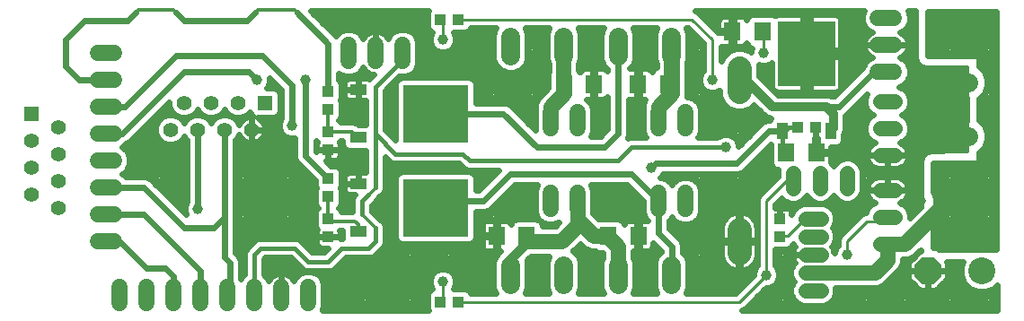
<source format=gbl>
G75*
%MOIN*%
%OFA0B0*%
%FSLAX24Y24*%
%IPPOS*%
%LPD*%
%AMOC8*
5,1,8,0,0,1.08239X$1,22.5*
%
%ADD10C,0.1000*%
%ADD11OC8,0.1000*%
%ADD12R,0.0630X0.0709*%
%ADD13C,0.0885*%
%ADD14C,0.0560*%
%ADD15C,0.0600*%
%ADD16R,0.0433X0.0394*%
%ADD17R,0.0394X0.0433*%
%ADD18R,0.2441X0.2126*%
%ADD19R,0.0630X0.0394*%
%ADD20C,0.0554*%
%ADD21R,0.0554X0.0554*%
%ADD22C,0.0705*%
%ADD23C,0.0554*%
%ADD24R,0.2126X0.2441*%
%ADD25R,0.0394X0.0630*%
%ADD26C,0.0320*%
%ADD27C,0.0240*%
%ADD28C,0.0160*%
%ADD29C,0.0396*%
%ADD30C,0.0100*%
%ADD31C,0.0120*%
D10*
X040954Y002283D03*
D11*
X038954Y002283D03*
D12*
X028205Y003583D03*
X027103Y003583D03*
X024055Y003583D03*
X022953Y003583D03*
X033703Y006683D03*
X034805Y006683D03*
X029305Y009233D03*
X028203Y009233D03*
X026555Y009233D03*
X025453Y009233D03*
X031703Y011183D03*
X032805Y011183D03*
D13*
X031954Y009826D02*
X031954Y008941D01*
X031954Y003826D02*
X031954Y002941D01*
D14*
X034704Y002213D02*
X036984Y002213D01*
X037454Y002683D01*
X037454Y003283D01*
X038104Y003283D01*
X040104Y005283D01*
X037734Y005283D02*
X037174Y005283D01*
X035954Y005353D02*
X035954Y005913D01*
X034954Y005913D02*
X034954Y005353D01*
X033954Y005353D02*
X033954Y005913D01*
X037174Y006583D02*
X037734Y006583D01*
X037734Y007583D02*
X037174Y007583D01*
X037174Y008583D02*
X037734Y008583D01*
X029454Y008883D02*
X029454Y010618D01*
X029438Y010633D01*
X029438Y009366D01*
X029305Y009233D01*
X029454Y008883D02*
X028954Y008383D01*
X028954Y007883D01*
X025454Y008883D02*
X025454Y009232D01*
X025453Y009233D01*
X025438Y009248D01*
X025438Y010633D01*
X025454Y008883D02*
X024954Y008383D01*
X024954Y007883D01*
X025954Y004883D02*
X025954Y004183D01*
X025954Y003983D01*
X025354Y003383D01*
X024154Y003383D01*
X025954Y004183D02*
X026554Y003583D01*
X027103Y003583D01*
X027154Y003532D02*
X027154Y003483D01*
X027454Y003183D01*
X027454Y002149D01*
X027470Y002133D01*
X037174Y003283D02*
X037734Y003283D01*
X037734Y004283D02*
X037174Y004283D01*
D15*
X008954Y001683D02*
X008954Y001083D01*
X009954Y001083D02*
X009954Y001683D01*
X010954Y001683D02*
X010954Y001083D01*
X011954Y001083D02*
X011954Y001683D01*
X012954Y001683D02*
X012954Y001083D01*
X013954Y001083D02*
X013954Y001683D01*
X014954Y001683D02*
X014954Y001083D01*
X015954Y001083D02*
X015954Y001683D01*
X008754Y003383D02*
X008154Y003383D01*
X008154Y004383D02*
X008754Y004383D01*
X008754Y005383D02*
X008154Y005383D01*
X008154Y006383D02*
X008754Y006383D01*
X008754Y007383D02*
X008154Y007383D01*
X008154Y008383D02*
X008754Y008383D01*
X008754Y009383D02*
X008154Y009383D01*
X008154Y010383D02*
X008754Y010383D01*
X017454Y010083D02*
X017454Y010683D01*
X018454Y010683D02*
X018454Y010083D01*
X019454Y010083D02*
X019454Y010683D01*
X024954Y008183D02*
X024954Y007583D01*
X025954Y007583D02*
X025954Y008183D01*
X028954Y008183D02*
X028954Y007583D01*
X029954Y007583D02*
X029954Y008183D01*
X037104Y009683D02*
X037704Y009683D01*
X037704Y010683D02*
X037104Y010683D01*
X037104Y011683D02*
X037704Y011683D01*
X029954Y005183D02*
X029954Y004583D01*
X028954Y004583D02*
X028954Y005183D01*
X025954Y005183D02*
X025954Y004583D01*
X024954Y004583D02*
X024954Y005183D01*
D16*
X016704Y005049D03*
X016704Y005718D03*
X016704Y006799D03*
X016704Y007468D03*
X016704Y008299D03*
X016704Y008968D03*
X016704Y004218D03*
X016704Y003549D03*
X033454Y003549D03*
X033454Y004218D03*
X034119Y007633D03*
X034788Y007633D03*
D17*
X021538Y011633D03*
X020869Y011633D03*
X020869Y001133D03*
X021538Y001133D03*
D18*
X020688Y004633D03*
X020688Y008133D03*
D19*
X017814Y007236D03*
X017814Y005531D03*
X017814Y003736D03*
X017814Y009031D03*
D20*
X013854Y007533D03*
X012854Y007533D03*
X011854Y007533D03*
X010854Y007533D03*
X011354Y008533D03*
X012354Y008533D03*
X013354Y008533D03*
X006704Y007633D03*
X005704Y007133D03*
X006704Y006633D03*
X005704Y006133D03*
X006704Y005633D03*
X005704Y005133D03*
X006704Y004633D03*
D21*
X005704Y008133D03*
X014354Y008533D03*
D22*
X023470Y010281D02*
X023470Y010986D01*
X025438Y010986D02*
X025438Y010281D01*
X027470Y010281D02*
X027470Y010986D01*
X029438Y010986D02*
X029438Y010281D01*
X039751Y009283D02*
X040456Y009283D01*
X040456Y011283D02*
X039751Y011283D01*
X039751Y007283D02*
X040456Y007283D01*
X040456Y005283D02*
X039751Y005283D01*
X029438Y002486D02*
X029438Y001781D01*
X027470Y001781D02*
X027470Y002486D01*
X025438Y002486D02*
X025438Y001781D01*
X023470Y001781D02*
X023470Y002486D01*
D23*
X034427Y002213D02*
X034981Y002213D01*
X034981Y001543D02*
X034427Y001543D01*
X034427Y002883D02*
X034981Y002883D01*
X034981Y003553D02*
X034427Y003553D01*
X034427Y004223D02*
X034981Y004223D01*
D24*
X034454Y010368D03*
D25*
X035351Y007494D03*
X033556Y007494D03*
D26*
X035204Y008383D02*
X035454Y008133D01*
X035454Y007596D01*
X035204Y008383D02*
X033204Y008383D01*
X032204Y009383D01*
X031954Y009383D01*
X024055Y003583D02*
X024055Y003482D01*
X024154Y003383D01*
X023470Y002699D01*
X023470Y002133D01*
D27*
X022837Y002053D02*
X021401Y002053D01*
X021432Y001978D02*
X021359Y002154D01*
X021225Y002289D01*
X021049Y002361D01*
X020859Y002361D01*
X020683Y002289D01*
X020548Y002154D01*
X020476Y001978D01*
X020476Y001788D01*
X020548Y001613D01*
X020556Y001605D01*
X020514Y001587D01*
X020435Y001508D01*
X020392Y001406D01*
X020392Y000861D01*
X020408Y000823D01*
X016474Y000823D01*
X016534Y000968D01*
X016534Y001799D01*
X016445Y002012D01*
X016282Y002175D01*
X016069Y002263D01*
X015838Y002263D01*
X015625Y002175D01*
X015462Y002012D01*
X015421Y001912D01*
X015399Y001956D01*
X015350Y002022D01*
X015293Y002080D01*
X015226Y002128D01*
X015153Y002165D01*
X015076Y002191D01*
X014995Y002203D01*
X014954Y002203D01*
X014954Y001383D01*
X014954Y001383D01*
X014954Y002203D01*
X014913Y002203D01*
X014832Y002191D01*
X014754Y002165D01*
X014681Y002128D01*
X014615Y002080D01*
X014557Y002022D01*
X014509Y001956D01*
X014487Y001912D01*
X014445Y002012D01*
X014314Y002144D01*
X014314Y002734D01*
X014353Y002773D01*
X015305Y002773D01*
X015750Y002328D01*
X015882Y002273D01*
X016775Y002273D01*
X016908Y002328D01*
X017353Y002773D01*
X018275Y002773D01*
X018408Y002828D01*
X018759Y003179D01*
X018814Y003312D01*
X018814Y003955D01*
X018759Y004087D01*
X018658Y004189D01*
X018585Y004219D01*
X018314Y004490D01*
X018314Y004734D01*
X018509Y004929D01*
X018539Y005002D01*
X018585Y005048D01*
X018658Y005078D01*
X018759Y005179D01*
X018814Y005312D01*
X018814Y006514D01*
X019000Y006328D01*
X019132Y006273D01*
X021555Y006273D01*
X021750Y006078D01*
X021882Y006023D01*
X023028Y006023D01*
X022288Y005283D01*
X022189Y005283D01*
X022189Y005752D01*
X022146Y005855D01*
X022067Y005934D01*
X021964Y005976D01*
X019412Y005976D01*
X019309Y005934D01*
X019230Y005855D01*
X019188Y005752D01*
X019188Y003515D01*
X019230Y003412D01*
X019309Y003333D01*
X019412Y003290D01*
X021964Y003290D01*
X022067Y003333D01*
X022146Y003412D01*
X022189Y003515D01*
X022189Y004483D01*
X022533Y004483D01*
X022680Y004544D01*
X022793Y004657D01*
X023619Y005483D01*
X024450Y005483D01*
X024374Y005299D01*
X024374Y004468D01*
X024462Y004255D01*
X024625Y004092D01*
X024838Y004003D01*
X025069Y004003D01*
X025261Y004083D01*
X025122Y003943D01*
X024650Y003943D01*
X024650Y003993D01*
X024607Y004096D01*
X024529Y004175D01*
X024426Y004218D01*
X023684Y004218D01*
X023581Y004175D01*
X023503Y004096D01*
X023472Y004023D01*
X023444Y004073D01*
X023403Y004114D01*
X023352Y004143D01*
X023297Y004158D01*
X022990Y004158D01*
X022990Y003621D01*
X022915Y003621D01*
X022915Y004158D01*
X022609Y004158D01*
X022553Y004143D01*
X022503Y004114D01*
X022462Y004073D01*
X022433Y004023D01*
X022418Y003967D01*
X022418Y003621D01*
X022915Y003621D01*
X022915Y003546D01*
X022418Y003546D01*
X022418Y003200D01*
X022433Y003144D01*
X022462Y003094D01*
X022503Y003053D01*
X022553Y003024D01*
X022609Y003009D01*
X022915Y003009D01*
X022915Y003546D01*
X022990Y003546D01*
X022990Y003009D01*
X023098Y003009D01*
X022933Y002844D01*
X022837Y002612D01*
X022837Y001655D01*
X022916Y001463D01*
X021991Y001463D01*
X021973Y001508D01*
X021894Y001587D01*
X021791Y001630D01*
X021366Y001630D01*
X021432Y001788D01*
X021432Y001978D01*
X021432Y001814D02*
X022837Y001814D01*
X022870Y001576D02*
X021905Y001576D01*
X021988Y001472D02*
X021988Y003300D01*
X021749Y003290D02*
X021749Y001630D01*
X021511Y001630D02*
X021511Y003290D01*
X021272Y003290D02*
X021272Y002241D01*
X021218Y002291D02*
X022837Y002291D01*
X022837Y002530D02*
X017109Y002530D01*
X017218Y002638D02*
X017218Y000823D01*
X017456Y000823D02*
X017456Y002773D01*
X017348Y002768D02*
X022902Y002768D01*
X022942Y002853D02*
X022942Y003546D01*
X022915Y003484D02*
X022990Y003484D01*
X022942Y003621D02*
X022942Y004806D01*
X023051Y004915D02*
X024374Y004915D01*
X024374Y005153D02*
X023289Y005153D01*
X023180Y005044D02*
X023180Y004158D01*
X023419Y004098D02*
X023419Y005283D01*
X023528Y005392D02*
X024412Y005392D01*
X024373Y005483D02*
X024373Y004218D01*
X024470Y004199D02*
X024518Y004199D01*
X024611Y004106D02*
X024611Y004087D01*
X024650Y003961D02*
X025139Y003961D01*
X025088Y003943D02*
X025088Y004011D01*
X024850Y004003D02*
X024850Y003943D01*
X024134Y004218D02*
X024134Y005483D01*
X023896Y005483D02*
X023896Y004218D01*
X023657Y004206D02*
X023657Y005483D01*
X023454Y005883D02*
X022454Y004883D01*
X021454Y004883D01*
X022226Y004483D02*
X022226Y001463D01*
X022465Y001463D02*
X022465Y003091D01*
X022418Y003245D02*
X018786Y003245D01*
X018649Y003069D02*
X018649Y000823D01*
X018887Y000823D02*
X018887Y006441D01*
X018814Y006346D02*
X018982Y006346D01*
X019126Y006276D02*
X019126Y000823D01*
X019364Y000823D02*
X019364Y003310D01*
X019200Y003484D02*
X018814Y003484D01*
X018814Y003722D02*
X019188Y003722D01*
X019188Y003961D02*
X018811Y003961D01*
X018649Y004192D02*
X018649Y005074D01*
X018733Y005153D02*
X019188Y005153D01*
X019188Y004915D02*
X018494Y004915D01*
X018410Y004831D02*
X018410Y004394D01*
X018366Y004438D02*
X019188Y004438D01*
X019188Y004199D02*
X018632Y004199D01*
X018314Y004676D02*
X019188Y004676D01*
X017675Y005114D02*
X017649Y005087D01*
X017594Y004955D01*
X017594Y004473D01*
X017199Y004473D01*
X017158Y004573D01*
X017098Y004633D01*
X017158Y004693D01*
X017200Y004796D01*
X017200Y005301D01*
X017166Y005383D01*
X017200Y005465D01*
X017200Y005971D01*
X017158Y006073D01*
X017079Y006152D01*
X016976Y006195D01*
X016793Y006195D01*
X016606Y006382D01*
X016704Y006382D01*
X016949Y006382D01*
X017005Y006397D01*
X017055Y006426D01*
X017096Y006467D01*
X017125Y006517D01*
X017140Y006573D01*
X017140Y006799D01*
X017140Y007025D01*
X017125Y007080D01*
X017158Y007113D01*
X017164Y007128D01*
X017219Y007128D01*
X017219Y006983D01*
X017262Y006880D01*
X017340Y006801D01*
X017443Y006759D01*
X018094Y006759D01*
X018094Y005948D01*
X017814Y005948D01*
X017470Y005948D01*
X017414Y005933D01*
X017364Y005904D01*
X017323Y005863D01*
X017294Y005813D01*
X017279Y005757D01*
X017279Y005531D01*
X017814Y005531D01*
X017814Y005948D01*
X017814Y005531D01*
X017814Y005531D01*
X017814Y005531D01*
X017279Y005531D01*
X017279Y005305D01*
X017294Y005249D01*
X017323Y005199D01*
X017364Y005158D01*
X017414Y005129D01*
X017470Y005114D01*
X017675Y005114D01*
X017594Y004915D02*
X017200Y004915D01*
X017200Y005153D02*
X017372Y005153D01*
X017456Y005118D02*
X017456Y004473D01*
X017218Y004473D02*
X017218Y007128D01*
X017219Y007061D02*
X017130Y007061D01*
X017140Y006823D02*
X017319Y006823D01*
X017456Y006759D02*
X017456Y005944D01*
X017329Y005869D02*
X017200Y005869D01*
X017695Y005948D02*
X017695Y006759D01*
X017933Y006759D02*
X017933Y005948D01*
X017814Y005869D02*
X017814Y005869D01*
X017814Y005630D02*
X017814Y005630D01*
X017695Y005531D02*
X017695Y005531D01*
X017456Y005531D02*
X017456Y005531D01*
X017279Y005630D02*
X017200Y005630D01*
X017170Y005392D02*
X017279Y005392D01*
X016704Y005718D02*
X015854Y006568D01*
X015854Y009383D01*
X015354Y009183D02*
X014254Y010283D01*
X011054Y010283D01*
X009154Y008383D01*
X008454Y008383D01*
X010013Y007777D02*
X010352Y007777D01*
X010381Y007849D02*
X010297Y007644D01*
X010297Y007423D01*
X010381Y007218D01*
X010538Y007061D01*
X010743Y006976D01*
X010965Y006976D01*
X011169Y007061D01*
X011326Y007218D01*
X011354Y007284D01*
X011381Y007218D01*
X011454Y007145D01*
X011454Y004859D01*
X011448Y004854D01*
X011376Y004678D01*
X011376Y004488D01*
X011419Y004384D01*
X010080Y005722D01*
X009933Y005783D01*
X009174Y005783D01*
X009082Y005875D01*
X009062Y005883D01*
X009082Y005892D01*
X009245Y006055D01*
X009334Y006268D01*
X009334Y006499D01*
X009245Y006712D01*
X009082Y006875D01*
X009062Y006883D01*
X009082Y006892D01*
X009203Y007012D01*
X009280Y007044D01*
X010797Y008560D01*
X010797Y008423D01*
X010881Y008218D01*
X011038Y008061D01*
X011243Y007976D01*
X011465Y007976D01*
X011669Y008061D01*
X011826Y008218D01*
X011854Y008284D01*
X011881Y008218D01*
X012038Y008061D01*
X012243Y007976D01*
X012465Y007976D01*
X012669Y008061D01*
X012826Y008218D01*
X012854Y008284D01*
X012881Y008218D01*
X013038Y008061D01*
X013243Y007976D01*
X013465Y007976D01*
X013669Y008061D01*
X013800Y008192D01*
X013839Y008098D01*
X013909Y008028D01*
X013893Y008030D01*
X013854Y008030D01*
X013854Y007533D01*
X013854Y007036D01*
X013893Y007036D01*
X013970Y007048D01*
X014045Y007073D01*
X014114Y007108D01*
X014178Y007154D01*
X014233Y007209D01*
X014279Y007273D01*
X014315Y007342D01*
X014339Y007417D01*
X014351Y007494D01*
X014351Y007533D01*
X013854Y007533D01*
X013854Y007533D01*
X013854Y007533D01*
X013854Y007036D01*
X013815Y007036D01*
X013737Y007048D01*
X013663Y007073D01*
X013593Y007108D01*
X013530Y007154D01*
X013475Y007209D01*
X013429Y007273D01*
X013393Y007342D01*
X013386Y007363D01*
X013326Y007218D01*
X013254Y007145D01*
X013254Y004363D01*
X013254Y002949D01*
X013280Y002922D01*
X013393Y002810D01*
X013454Y002663D01*
X013454Y001992D01*
X013462Y002012D01*
X013594Y002144D01*
X013594Y002955D01*
X013649Y003087D01*
X013750Y003189D01*
X014000Y003439D01*
X014132Y003493D01*
X015525Y003493D01*
X015658Y003439D01*
X016103Y002993D01*
X016555Y002993D01*
X016693Y003132D01*
X016458Y003132D01*
X016402Y003147D01*
X016352Y003176D01*
X016311Y003217D01*
X016282Y003267D01*
X016267Y003323D01*
X016267Y003549D01*
X016704Y003549D01*
X017140Y003549D01*
X017140Y003775D01*
X017135Y003793D01*
X017219Y003793D01*
X017219Y003493D01*
X017140Y003493D01*
X017140Y003549D01*
X016704Y003549D01*
X016704Y003549D01*
X016704Y003549D01*
X016267Y003549D01*
X016267Y003775D01*
X016282Y003830D01*
X016250Y003863D01*
X016207Y003965D01*
X016207Y004471D01*
X016250Y004573D01*
X016310Y004633D01*
X016250Y004693D01*
X016207Y004796D01*
X016207Y005301D01*
X016241Y005383D01*
X016207Y005465D01*
X016207Y005649D01*
X015515Y006341D01*
X015454Y006488D01*
X015454Y007207D01*
X015449Y007205D01*
X015259Y007205D01*
X015083Y007278D01*
X014948Y007413D01*
X014876Y007588D01*
X014876Y007778D01*
X014948Y007954D01*
X014954Y007959D01*
X014954Y009018D01*
X014532Y009440D01*
X014532Y009288D01*
X014459Y009113D01*
X014437Y009090D01*
X014687Y009090D01*
X014790Y009048D01*
X014868Y008969D01*
X014911Y008866D01*
X014911Y008200D01*
X014868Y008098D01*
X014790Y008019D01*
X014687Y007976D01*
X014080Y007976D01*
X014114Y007959D01*
X014178Y007913D01*
X014233Y007857D01*
X014279Y007794D01*
X014315Y007724D01*
X014339Y007650D01*
X014351Y007572D01*
X014351Y007533D01*
X013854Y007533D01*
X013854Y007533D01*
X013854Y008030D01*
X013815Y008030D01*
X013737Y008018D01*
X013663Y007994D01*
X013593Y007959D01*
X013530Y007913D01*
X013475Y007857D01*
X013429Y007794D01*
X013393Y007724D01*
X013386Y007704D01*
X013326Y007849D01*
X013169Y008006D01*
X012965Y008090D01*
X012743Y008090D01*
X012538Y008006D01*
X012381Y007849D01*
X012354Y007782D01*
X012326Y007849D01*
X012169Y008006D01*
X011965Y008090D01*
X011743Y008090D01*
X011538Y008006D01*
X011381Y007849D01*
X011354Y007782D01*
X011326Y007849D01*
X011169Y008006D01*
X010965Y008090D01*
X010743Y008090D01*
X010538Y008006D01*
X010381Y007849D01*
X010301Y007655D02*
X010301Y008065D01*
X010251Y008015D02*
X010562Y008015D01*
X010540Y008006D02*
X010540Y008304D01*
X010490Y008254D02*
X010866Y008254D01*
X010778Y008090D02*
X010778Y008542D01*
X010797Y008492D02*
X010728Y008492D01*
X011017Y008082D02*
X011017Y008069D01*
X011146Y008015D02*
X011148Y008015D01*
X011255Y007976D02*
X011255Y007920D01*
X011494Y007961D02*
X011494Y007988D01*
X011559Y008015D02*
X011562Y008015D01*
X011732Y008086D02*
X011732Y008124D01*
X011841Y008254D02*
X011866Y008254D01*
X011971Y008128D02*
X011971Y008088D01*
X012146Y008015D02*
X012148Y008015D01*
X012209Y007990D02*
X012209Y007966D01*
X012448Y007976D02*
X012448Y007915D01*
X012559Y008015D02*
X012562Y008015D01*
X012686Y008067D02*
X012686Y008078D01*
X012841Y008254D02*
X012866Y008254D01*
X012925Y008174D02*
X012925Y008090D01*
X013146Y008015D02*
X013148Y008015D01*
X013163Y008008D02*
X013163Y008009D01*
X013402Y007976D02*
X013402Y007741D01*
X013420Y007777D02*
X013356Y007777D01*
X013559Y008015D02*
X013728Y008015D01*
X013640Y007983D02*
X013640Y008049D01*
X013854Y008015D02*
X013854Y008015D01*
X013879Y008030D02*
X013879Y008058D01*
X014117Y007976D02*
X014117Y007956D01*
X014356Y007976D02*
X014356Y003493D01*
X014594Y003493D02*
X014594Y007976D01*
X014781Y008015D02*
X014954Y008015D01*
X014833Y008062D02*
X014833Y003493D01*
X015071Y003493D02*
X015071Y007290D01*
X015061Y007300D02*
X014293Y007300D01*
X014351Y007538D02*
X014896Y007538D01*
X015354Y007683D02*
X015354Y009183D01*
X014954Y008969D02*
X014868Y008969D01*
X014833Y009005D02*
X014833Y009139D01*
X014764Y009208D02*
X014499Y009208D01*
X014594Y009090D02*
X014594Y009377D01*
X014054Y009383D02*
X013754Y009683D01*
X011354Y009683D01*
X009054Y007383D01*
X008454Y007383D01*
X009297Y007061D02*
X010538Y007061D01*
X010540Y007060D02*
X010540Y005263D01*
X010649Y005153D02*
X011454Y005153D01*
X011454Y004915D02*
X010888Y004915D01*
X010778Y005025D02*
X010778Y006976D01*
X011017Y006998D02*
X011017Y004786D01*
X011126Y004676D02*
X011376Y004676D01*
X011255Y004548D02*
X011255Y007147D01*
X011170Y007061D02*
X011454Y007061D01*
X011454Y006823D02*
X009135Y006823D01*
X009109Y006849D02*
X009109Y006918D01*
X009347Y007111D02*
X009347Y005783D01*
X009586Y005783D02*
X009586Y007350D01*
X009536Y007300D02*
X010347Y007300D01*
X010301Y007411D02*
X010301Y005502D01*
X010411Y005392D02*
X011454Y005392D01*
X011454Y005630D02*
X010172Y005630D01*
X010063Y005730D02*
X010063Y007827D01*
X009824Y007588D02*
X009824Y005783D01*
X009854Y005383D02*
X011354Y003883D01*
X012454Y003883D01*
X012854Y004283D01*
X012854Y002783D01*
X013054Y002583D01*
X013054Y001483D01*
X012954Y001383D01*
X012854Y001483D01*
X011954Y001383D02*
X011954Y002283D01*
X009854Y004383D01*
X008454Y004383D01*
X011365Y004438D02*
X011397Y004438D01*
X011854Y004583D02*
X011854Y007533D01*
X012854Y007533D02*
X012854Y004283D01*
X013254Y004199D02*
X016207Y004199D01*
X016207Y004438D02*
X013254Y004438D01*
X013254Y004676D02*
X016267Y004676D01*
X016264Y004679D02*
X016264Y004587D01*
X017141Y004676D02*
X017594Y004676D01*
X016207Y004915D02*
X013254Y004915D01*
X013254Y005153D02*
X016207Y005153D01*
X016238Y005392D02*
X013254Y005392D01*
X013254Y005630D02*
X016207Y005630D01*
X016025Y005831D02*
X016025Y003071D01*
X016089Y003007D02*
X016568Y003007D01*
X016502Y002993D02*
X016502Y003132D01*
X016295Y003245D02*
X015851Y003245D01*
X015787Y003309D02*
X015787Y006069D01*
X015749Y006107D02*
X013254Y006107D01*
X013254Y006346D02*
X015513Y006346D01*
X015548Y006308D02*
X015548Y003484D01*
X016267Y003484D01*
X016502Y003549D02*
X016502Y003549D01*
X016741Y003549D02*
X016741Y003549D01*
X016979Y003549D02*
X016979Y003549D01*
X017218Y003493D02*
X017218Y003793D01*
X017219Y003722D02*
X017140Y003722D01*
X016267Y003722D02*
X013254Y003722D01*
X013254Y003961D02*
X016209Y003961D01*
X016264Y003849D02*
X016264Y002993D01*
X015310Y002768D02*
X015310Y002063D01*
X015320Y002053D02*
X015503Y002053D01*
X015548Y002098D02*
X015548Y002530D01*
X014314Y002530D01*
X014314Y002291D02*
X015839Y002291D01*
X015787Y002313D02*
X015787Y002242D01*
X016025Y002263D02*
X016025Y002273D01*
X016264Y002273D02*
X016264Y002183D01*
X016405Y002053D02*
X020506Y002053D01*
X020557Y002163D02*
X020557Y003290D01*
X020795Y003290D02*
X020795Y002335D01*
X020689Y002291D02*
X016819Y002291D01*
X016741Y002273D02*
X016741Y000823D01*
X016979Y000823D02*
X016979Y002400D01*
X016502Y002273D02*
X016502Y001875D01*
X016527Y001814D02*
X020476Y001814D01*
X020502Y001576D02*
X016534Y001576D01*
X016534Y001337D02*
X020392Y001337D01*
X020392Y001099D02*
X016534Y001099D01*
X016502Y000892D02*
X016502Y000823D01*
X016489Y000860D02*
X020393Y000860D01*
X020318Y000823D02*
X020318Y003290D01*
X020080Y003290D02*
X020080Y000823D01*
X019841Y000823D02*
X019841Y003290D01*
X019603Y003290D02*
X019603Y000823D01*
X018410Y000823D02*
X018410Y002831D01*
X018172Y002773D02*
X018172Y000823D01*
X017933Y000823D02*
X017933Y002773D01*
X017695Y002773D02*
X017695Y000823D01*
X014954Y001576D02*
X014954Y001576D01*
X014954Y001814D02*
X014954Y001814D01*
X014954Y002053D02*
X014954Y002053D01*
X015071Y002191D02*
X015071Y002773D01*
X014833Y002773D02*
X014833Y002191D01*
X014594Y002059D02*
X014594Y002773D01*
X014356Y002773D02*
X014356Y002102D01*
X014405Y002053D02*
X014588Y002053D01*
X013594Y002291D02*
X013454Y002291D01*
X013454Y002530D02*
X013594Y002530D01*
X013594Y002768D02*
X013410Y002768D01*
X013402Y002788D02*
X013402Y007325D01*
X013415Y007300D02*
X013360Y007300D01*
X013854Y007300D02*
X013854Y007300D01*
X013879Y007533D02*
X013879Y007533D01*
X013854Y007538D02*
X013854Y007538D01*
X014117Y007533D02*
X014117Y007533D01*
X014288Y007777D02*
X014876Y007777D01*
X014911Y008254D02*
X014954Y008254D01*
X014954Y008492D02*
X014911Y008492D01*
X014911Y008731D02*
X014954Y008731D01*
X016704Y008968D02*
X016704Y010733D01*
X015554Y011883D01*
X016059Y011943D02*
X020408Y011943D01*
X020392Y011906D01*
X020392Y011361D01*
X020435Y011258D01*
X020514Y011179D01*
X020556Y011162D01*
X020548Y011154D01*
X020476Y010978D01*
X020476Y010788D01*
X020548Y010613D01*
X020683Y010478D01*
X020859Y010405D01*
X021049Y010405D01*
X021225Y010478D01*
X021359Y010613D01*
X021432Y010788D01*
X021432Y010978D01*
X021366Y011137D01*
X021791Y011137D01*
X021894Y011179D01*
X021973Y011258D01*
X021991Y011303D01*
X022916Y011303D01*
X022837Y011112D01*
X022837Y010155D01*
X022933Y009923D01*
X020015Y009923D01*
X020034Y009968D02*
X020034Y010799D01*
X019945Y011012D01*
X019782Y011175D01*
X019569Y011263D01*
X019338Y011263D01*
X019125Y011175D01*
X018962Y011012D01*
X018921Y010912D01*
X018899Y010956D01*
X018850Y011022D01*
X018793Y011080D01*
X018726Y011128D01*
X018653Y011165D01*
X018576Y011191D01*
X018495Y011203D01*
X018454Y011203D01*
X018454Y010383D01*
X018454Y010383D01*
X018454Y011203D01*
X018413Y011203D01*
X018332Y011191D01*
X018254Y011165D01*
X018181Y011128D01*
X018115Y011080D01*
X018057Y011022D01*
X018009Y010956D01*
X017987Y010912D01*
X017945Y011012D01*
X017782Y011175D01*
X017569Y011263D01*
X017338Y011263D01*
X017125Y011175D01*
X016976Y011026D01*
X016059Y011943D01*
X016171Y011831D02*
X020392Y011831D01*
X020318Y011943D02*
X020318Y009476D01*
X020080Y009476D02*
X020080Y011943D01*
X019841Y011943D02*
X019841Y011116D01*
X019842Y011116D02*
X020533Y011116D01*
X020476Y010877D02*
X020001Y010877D01*
X020034Y010639D02*
X020538Y010639D01*
X020557Y010604D02*
X020557Y009476D01*
X020795Y009476D02*
X020795Y010431D01*
X021034Y010405D02*
X021034Y009476D01*
X021272Y009476D02*
X021272Y010526D01*
X021370Y010639D02*
X022837Y010639D01*
X022837Y010877D02*
X021432Y010877D01*
X021375Y011116D02*
X022839Y011116D01*
X022703Y011303D02*
X022703Y008533D01*
X022465Y008533D02*
X022465Y011303D01*
X022226Y011303D02*
X022226Y008533D01*
X022189Y008533D02*
X022189Y009252D01*
X022146Y009355D01*
X022067Y009434D01*
X021964Y009476D01*
X019412Y009476D01*
X019309Y009434D01*
X019230Y009355D01*
X019188Y009252D01*
X019188Y007159D01*
X018814Y007532D01*
X018814Y008984D01*
X019335Y009505D01*
X019338Y009503D01*
X019569Y009503D01*
X019782Y009592D01*
X019945Y009755D01*
X020034Y009968D01*
X019876Y009685D02*
X023256Y009685D01*
X023180Y009716D02*
X023180Y008533D01*
X023283Y008533D02*
X023430Y008472D01*
X024374Y007529D01*
X024374Y008299D01*
X024394Y008347D01*
X024394Y008495D01*
X024479Y008701D01*
X024858Y009079D01*
X024858Y009643D01*
X024878Y009693D01*
X024878Y009980D01*
X024806Y010155D01*
X024806Y011112D01*
X024885Y011303D01*
X024023Y011303D01*
X024102Y011112D01*
X024102Y010155D01*
X024006Y009923D01*
X024878Y009923D01*
X024850Y010048D02*
X024850Y009071D01*
X024858Y009208D02*
X022189Y009208D01*
X022189Y008969D02*
X024748Y008969D01*
X024611Y008833D02*
X024611Y011303D01*
X024373Y011303D02*
X024373Y007530D01*
X024374Y007538D02*
X024364Y007538D01*
X024374Y007777D02*
X024126Y007777D01*
X024134Y007768D02*
X024134Y011303D01*
X024100Y011116D02*
X024807Y011116D01*
X024850Y011219D02*
X024850Y011303D01*
X024806Y010877D02*
X024102Y010877D01*
X024102Y010639D02*
X024806Y010639D01*
X024806Y010400D02*
X024102Y010400D01*
X024102Y010162D02*
X024806Y010162D01*
X024006Y009923D02*
X023828Y009745D01*
X023595Y009648D01*
X023344Y009648D01*
X023111Y009745D01*
X022933Y009923D01*
X022942Y009914D02*
X022942Y008533D01*
X023283Y008533D02*
X022189Y008533D01*
X022189Y008731D02*
X024509Y008731D01*
X024394Y008492D02*
X023382Y008492D01*
X023419Y008477D02*
X023419Y009648D01*
X023657Y009674D02*
X023657Y008245D01*
X023649Y008254D02*
X024374Y008254D01*
X024374Y008015D02*
X023887Y008015D01*
X023896Y008007D02*
X023896Y009813D01*
X023683Y009685D02*
X024875Y009685D01*
X024858Y009446D02*
X022037Y009446D01*
X021988Y009467D02*
X021988Y011295D01*
X021749Y011137D02*
X021749Y009476D01*
X021511Y009476D02*
X021511Y011137D01*
X020395Y011354D02*
X016648Y011354D01*
X016741Y011262D02*
X016741Y011943D01*
X016979Y011943D02*
X016979Y011029D01*
X017066Y011116D02*
X016887Y011116D01*
X017218Y011213D02*
X017218Y011943D01*
X017456Y011943D02*
X017456Y011263D01*
X017695Y011211D02*
X017695Y011943D01*
X017933Y011943D02*
X017933Y011024D01*
X017842Y011116D02*
X018164Y011116D01*
X018172Y011121D02*
X018172Y011943D01*
X018410Y011943D02*
X018410Y011203D01*
X018454Y011116D02*
X018454Y011116D01*
X018649Y011167D02*
X018649Y011943D01*
X018887Y011943D02*
X018887Y010971D01*
X018743Y011116D02*
X019066Y011116D01*
X019126Y011175D02*
X019126Y011943D01*
X019364Y011943D02*
X019364Y011263D01*
X019603Y011249D02*
X019603Y011943D01*
X020392Y011593D02*
X016410Y011593D01*
X016502Y011501D02*
X016502Y011943D01*
X016264Y011943D02*
X016264Y011739D01*
X014004Y011883D02*
X013704Y011583D01*
X011354Y011583D01*
X011054Y011883D01*
X009554Y011883D02*
X009504Y011833D01*
X009254Y011583D01*
X007654Y011583D01*
X006954Y010883D01*
X006954Y009883D01*
X007454Y009383D01*
X008454Y009383D01*
X013854Y007777D02*
X013854Y007777D01*
X015310Y007205D02*
X015310Y003493D01*
X014117Y003487D02*
X014117Y007110D01*
X014010Y007061D02*
X015454Y007061D01*
X015454Y006823D02*
X013254Y006823D01*
X013254Y006584D02*
X015454Y006584D01*
X016254Y006734D02*
X016254Y007109D01*
X016282Y007080D01*
X016267Y007025D01*
X016267Y006799D01*
X016704Y006799D01*
X017140Y006799D01*
X016704Y006799D01*
X016704Y006799D01*
X016704Y006799D01*
X016704Y006382D01*
X016704Y006799D01*
X016704Y006799D01*
X016267Y006799D01*
X016267Y006720D01*
X016254Y006734D01*
X016264Y006724D02*
X016264Y007099D01*
X016254Y007061D02*
X016277Y007061D01*
X016267Y006823D02*
X016254Y006823D01*
X016502Y006799D02*
X016502Y006799D01*
X016741Y006799D02*
X016741Y006799D01*
X016704Y006584D02*
X016704Y006584D01*
X016979Y006799D02*
X016979Y006799D01*
X017140Y006584D02*
X018094Y006584D01*
X018094Y006346D02*
X016642Y006346D01*
X016741Y006382D02*
X016741Y006247D01*
X016979Y006193D02*
X016979Y006390D01*
X017124Y006107D02*
X018094Y006107D01*
X018814Y006107D02*
X021721Y006107D01*
X021749Y006079D02*
X021749Y005976D01*
X021511Y005976D02*
X021511Y006273D01*
X021272Y006273D02*
X021272Y005976D01*
X021034Y005976D02*
X021034Y006273D01*
X020795Y006273D02*
X020795Y005976D01*
X020557Y005976D02*
X020557Y006273D01*
X020318Y006273D02*
X020318Y005976D01*
X020080Y005976D02*
X020080Y006273D01*
X019841Y006273D02*
X019841Y005976D01*
X019603Y005976D02*
X019603Y006273D01*
X019364Y006273D02*
X019364Y005957D01*
X019244Y005869D02*
X018814Y005869D01*
X018814Y005630D02*
X019188Y005630D01*
X019188Y005392D02*
X018814Y005392D01*
X015987Y005869D02*
X013254Y005869D01*
X011454Y005869D02*
X009089Y005869D01*
X009109Y005849D02*
X009109Y005918D01*
X009267Y006107D02*
X011454Y006107D01*
X011454Y006346D02*
X009334Y006346D01*
X009298Y006584D02*
X011454Y006584D01*
X013254Y007061D02*
X013698Y007061D01*
X013640Y007084D02*
X013640Y003067D01*
X013615Y003007D02*
X013254Y003007D01*
X013254Y003245D02*
X013807Y003245D01*
X013879Y003317D02*
X013879Y007036D01*
X013854Y007061D02*
X013854Y007061D01*
X017098Y007883D02*
X017158Y007943D01*
X017200Y008046D01*
X017200Y008551D01*
X017166Y008633D01*
X017200Y008715D01*
X017200Y009221D01*
X017158Y009323D01*
X017104Y009377D01*
X017104Y009613D01*
X017125Y009592D01*
X017338Y009503D01*
X017569Y009503D01*
X017782Y009592D01*
X017945Y009755D01*
X017987Y009854D01*
X018009Y009811D01*
X018057Y009745D01*
X018115Y009687D01*
X018181Y009639D01*
X018254Y009601D01*
X018332Y009576D01*
X018380Y009569D01*
X018250Y009439D01*
X018233Y009422D01*
X018214Y009433D01*
X018158Y009448D01*
X017814Y009448D01*
X017470Y009448D01*
X017414Y009433D01*
X017364Y009404D01*
X017323Y009363D01*
X017294Y009313D01*
X017279Y009257D01*
X017279Y009031D01*
X017814Y009031D01*
X017814Y009448D01*
X017814Y009031D01*
X017814Y009031D01*
X017814Y009031D01*
X017279Y009031D01*
X017279Y008805D01*
X017294Y008749D01*
X017323Y008699D01*
X017364Y008658D01*
X017414Y008629D01*
X017470Y008614D01*
X017814Y008614D01*
X017814Y009031D01*
X017814Y009031D01*
X017814Y008614D01*
X018094Y008614D01*
X018094Y007713D01*
X017818Y007713D01*
X017774Y007756D01*
X017649Y007808D01*
X017164Y007808D01*
X017158Y007823D01*
X017098Y007883D01*
X017218Y007808D02*
X017218Y009553D01*
X017104Y009446D02*
X017465Y009446D01*
X017456Y009444D02*
X017456Y009503D01*
X017695Y009555D02*
X017695Y009448D01*
X017814Y009446D02*
X017814Y009446D01*
X017933Y009448D02*
X017933Y009743D01*
X017876Y009685D02*
X018118Y009685D01*
X018172Y009645D02*
X018172Y009444D01*
X018163Y009446D02*
X018258Y009446D01*
X017814Y009208D02*
X017814Y009208D01*
X017695Y009031D02*
X017695Y009031D01*
X017814Y008969D02*
X017814Y008969D01*
X017456Y009031D02*
X017456Y009031D01*
X017279Y008969D02*
X017200Y008969D01*
X017200Y009208D02*
X017279Y009208D01*
X017305Y008731D02*
X017200Y008731D01*
X017200Y008492D02*
X018094Y008492D01*
X017933Y008614D02*
X017933Y007713D01*
X018094Y007777D02*
X017725Y007777D01*
X017695Y007789D02*
X017695Y008614D01*
X017814Y008731D02*
X017814Y008731D01*
X017456Y008618D02*
X017456Y007808D01*
X017188Y008015D02*
X018094Y008015D01*
X018094Y008254D02*
X017200Y008254D01*
X018814Y008254D02*
X019188Y008254D01*
X019188Y008492D02*
X018814Y008492D01*
X018814Y008731D02*
X019188Y008731D01*
X019188Y008969D02*
X018814Y008969D01*
X018887Y009058D02*
X018887Y007459D01*
X018814Y007538D02*
X019188Y007538D01*
X019188Y007300D02*
X019046Y007300D01*
X019126Y007220D02*
X019126Y009296D01*
X019188Y009208D02*
X019037Y009208D01*
X019276Y009446D02*
X019339Y009446D01*
X019364Y009457D02*
X019364Y009503D01*
X019603Y009517D02*
X019603Y009476D01*
X019841Y009476D02*
X019841Y009651D01*
X020034Y010162D02*
X022837Y010162D01*
X022837Y010400D02*
X020034Y010400D01*
X018454Y010400D02*
X018454Y010400D01*
X018454Y010639D02*
X018454Y010639D01*
X018454Y010877D02*
X018454Y010877D01*
X025991Y011303D02*
X026071Y011112D01*
X026071Y010155D01*
X025998Y009980D01*
X025998Y009753D01*
X026005Y009746D01*
X026035Y009673D01*
X026064Y009723D01*
X026105Y009764D01*
X026155Y009793D01*
X026211Y009808D01*
X026517Y009808D01*
X026517Y009271D01*
X026592Y009271D01*
X026592Y009808D01*
X026899Y009808D01*
X026955Y009793D01*
X027005Y009764D01*
X027046Y009723D01*
X027054Y009709D01*
X027054Y009802D01*
X026933Y009923D01*
X025998Y009923D01*
X026042Y010087D02*
X026042Y009685D01*
X026030Y009685D01*
X026281Y009808D02*
X026281Y011303D01*
X026519Y011303D02*
X026519Y009271D01*
X026519Y009196D02*
X026519Y008334D01*
X026534Y008299D02*
X026445Y008512D01*
X026298Y008659D01*
X026517Y008659D01*
X026517Y009196D01*
X026592Y009196D01*
X026592Y008659D01*
X026899Y008659D01*
X026955Y008674D01*
X027005Y008703D01*
X027046Y008744D01*
X027054Y008757D01*
X027054Y007549D01*
X026788Y007283D01*
X026457Y007283D01*
X026534Y007468D01*
X026534Y008299D01*
X026534Y008254D02*
X027054Y008254D01*
X027854Y008254D02*
X028374Y008254D01*
X028374Y008299D02*
X028374Y007468D01*
X028462Y007255D01*
X028474Y007243D01*
X027882Y007243D01*
X027818Y007217D01*
X027854Y007304D01*
X027854Y008660D01*
X027859Y008659D01*
X028165Y008659D01*
X028165Y009196D01*
X028240Y009196D01*
X028240Y008659D01*
X028462Y008659D01*
X028394Y008495D01*
X028394Y008347D01*
X028374Y008299D01*
X028394Y008492D02*
X027854Y008492D01*
X027950Y008659D02*
X027950Y007243D01*
X027852Y007300D02*
X028443Y007300D01*
X028427Y007339D02*
X028427Y007243D01*
X028189Y007243D02*
X028189Y009196D01*
X028189Y009271D02*
X028189Y011303D01*
X028023Y011303D02*
X028885Y011303D01*
X028806Y011112D01*
X028806Y010155D01*
X028878Y009980D01*
X028878Y009844D01*
X028831Y009825D01*
X028753Y009746D01*
X028722Y009673D01*
X028694Y009723D01*
X028653Y009764D01*
X028602Y009793D01*
X028547Y009808D01*
X028240Y009808D01*
X028240Y009271D01*
X028165Y009271D01*
X028165Y009808D01*
X027891Y009808D01*
X028006Y009923D01*
X028878Y009923D01*
X028666Y009751D02*
X028666Y011303D01*
X028807Y011116D02*
X028100Y011116D01*
X028102Y011112D02*
X028023Y011303D01*
X028102Y011112D02*
X028102Y010155D01*
X028006Y009923D01*
X027950Y009867D02*
X027950Y009808D01*
X028165Y009685D02*
X028240Y009685D01*
X028427Y009808D02*
X028427Y011303D01*
X028102Y010877D02*
X028806Y010877D01*
X028806Y010639D02*
X028102Y010639D01*
X027470Y010633D02*
X027454Y010618D01*
X027454Y007383D01*
X026954Y006883D01*
X024454Y006883D01*
X023204Y008133D01*
X020688Y008133D01*
X019188Y008015D02*
X018814Y008015D01*
X018814Y007777D02*
X019188Y007777D01*
X021988Y006023D02*
X021988Y005967D01*
X022132Y005869D02*
X022874Y005869D01*
X022942Y005937D02*
X022942Y006023D01*
X022703Y006023D02*
X022703Y005699D01*
X022635Y005630D02*
X022189Y005630D01*
X022189Y005392D02*
X022397Y005392D01*
X022465Y005460D02*
X022465Y006023D01*
X022226Y006023D02*
X022226Y005283D01*
X022812Y004676D02*
X024374Y004676D01*
X024386Y004438D02*
X022189Y004438D01*
X022189Y004199D02*
X023640Y004199D01*
X022990Y003961D02*
X022915Y003961D01*
X022915Y003722D02*
X022990Y003722D01*
X022703Y003621D02*
X022703Y003546D01*
X022465Y003546D02*
X022465Y003621D01*
X022418Y003722D02*
X022189Y003722D01*
X022189Y003961D02*
X022418Y003961D01*
X022465Y004076D02*
X022465Y004483D01*
X022703Y004567D02*
X022703Y004158D01*
X022418Y003484D02*
X022176Y003484D01*
X022915Y003245D02*
X022990Y003245D01*
X023096Y003007D02*
X018586Y003007D01*
X021034Y003290D02*
X021034Y002361D01*
X022703Y003009D02*
X022703Y001463D01*
X024023Y001463D02*
X024102Y001655D01*
X024102Y002612D01*
X024073Y002681D01*
X024216Y002823D01*
X024893Y002823D01*
X024806Y002612D01*
X024806Y001655D01*
X024885Y001463D01*
X024023Y001463D01*
X024134Y001463D02*
X024134Y002742D01*
X024161Y002768D02*
X024870Y002768D01*
X024850Y002719D02*
X024850Y002823D01*
X024611Y002823D02*
X024611Y001463D01*
X024373Y001463D02*
X024373Y002823D01*
X024102Y002530D02*
X024806Y002530D01*
X024806Y002291D02*
X024102Y002291D01*
X024102Y002053D02*
X024806Y002053D01*
X024806Y001814D02*
X024102Y001814D01*
X024069Y001576D02*
X024838Y001576D01*
X024850Y001548D02*
X024850Y001463D01*
X025991Y001463D02*
X026071Y001655D01*
X026071Y002612D01*
X025974Y002844D01*
X025796Y003022D01*
X025788Y003026D01*
X025829Y003066D01*
X026054Y003291D01*
X026079Y003266D01*
X026237Y003109D01*
X026442Y003023D01*
X026597Y003023D01*
X026629Y002992D01*
X026732Y002949D01*
X026894Y002949D01*
X026894Y002749D01*
X026837Y002612D01*
X026837Y001655D01*
X026916Y001463D01*
X025991Y001463D01*
X026042Y001463D02*
X026042Y001587D01*
X026038Y001576D02*
X026870Y001576D01*
X026758Y001463D02*
X026758Y002949D01*
X026614Y003007D02*
X025812Y003007D01*
X025804Y003015D02*
X025804Y003041D01*
X026008Y003245D02*
X026100Y003245D01*
X026042Y003280D02*
X026042Y002680D01*
X026006Y002768D02*
X026894Y002768D01*
X026837Y002530D02*
X026071Y002530D01*
X026071Y002291D02*
X026837Y002291D01*
X026837Y002053D02*
X026071Y002053D01*
X026071Y001814D02*
X026837Y001814D01*
X026519Y001463D02*
X026519Y003023D01*
X026281Y003090D02*
X026281Y001463D01*
X028023Y001463D02*
X028102Y001655D01*
X028102Y002612D01*
X028014Y002825D01*
X028014Y003009D01*
X028167Y003009D01*
X028167Y003546D01*
X028242Y003546D01*
X028242Y003009D01*
X028549Y003009D01*
X028605Y003024D01*
X028655Y003053D01*
X028696Y003094D01*
X028725Y003144D01*
X028740Y003200D01*
X028740Y003332D01*
X029054Y003018D01*
X029054Y002996D01*
X028902Y002844D01*
X028806Y002612D01*
X028806Y001655D01*
X028885Y001463D01*
X028023Y001463D01*
X028069Y001576D02*
X028838Y001576D01*
X028666Y001463D02*
X028666Y003064D01*
X028740Y003245D02*
X028826Y003245D01*
X028904Y003167D02*
X028904Y002847D01*
X028870Y002768D02*
X028037Y002768D01*
X028014Y003007D02*
X029054Y003007D01*
X029454Y003183D02*
X029454Y002149D01*
X029438Y002133D01*
X028806Y002053D02*
X028102Y002053D01*
X028102Y001814D02*
X028806Y001814D01*
X028806Y002291D02*
X028102Y002291D01*
X028102Y002530D02*
X028806Y002530D01*
X029854Y002965D02*
X029854Y003263D01*
X029793Y003410D01*
X029680Y003522D01*
X029354Y003849D01*
X029354Y004163D01*
X029445Y004255D01*
X029454Y004275D01*
X029462Y004255D01*
X029625Y004092D01*
X029838Y004003D01*
X030069Y004003D01*
X030282Y004092D01*
X030445Y004255D01*
X030534Y004468D01*
X030534Y005299D01*
X030445Y005512D01*
X030282Y005675D01*
X030069Y005763D01*
X029838Y005763D01*
X029625Y005675D01*
X029462Y005512D01*
X029454Y005492D01*
X029445Y005512D01*
X029282Y005675D01*
X029069Y005763D01*
X029010Y005763D01*
X029109Y005863D01*
X029118Y005883D01*
X031933Y005883D01*
X032080Y005944D01*
X033108Y006972D01*
X033108Y006273D01*
X033150Y006170D01*
X033229Y006092D01*
X033332Y006049D01*
X033404Y006049D01*
X033394Y006025D01*
X033394Y005790D01*
X032767Y005163D01*
X032674Y005070D01*
X032624Y004949D01*
X032624Y002479D01*
X032548Y002404D01*
X032476Y002228D01*
X032476Y002122D01*
X031817Y001463D01*
X029991Y001463D01*
X030071Y001655D01*
X030071Y002612D01*
X029974Y002844D01*
X029854Y002965D01*
X029858Y002960D02*
X029858Y004003D01*
X030097Y004015D02*
X030097Y001463D01*
X030038Y001576D02*
X031930Y001576D01*
X032005Y001651D02*
X032005Y002279D01*
X031997Y002278D02*
X032083Y002290D01*
X032167Y002312D01*
X032247Y002345D01*
X032323Y002389D01*
X032392Y002442D01*
X032453Y002503D01*
X032506Y002572D01*
X032549Y002647D01*
X032582Y002727D01*
X032605Y002811D01*
X032616Y002897D01*
X032616Y003356D01*
X031981Y003356D01*
X031981Y002278D01*
X031997Y002278D01*
X031981Y002291D02*
X031926Y002291D01*
X031926Y002278D02*
X031926Y003356D01*
X031291Y003356D01*
X031291Y002897D01*
X031303Y002811D01*
X031325Y002727D01*
X031358Y002647D01*
X031402Y002572D01*
X031455Y002503D01*
X031516Y002442D01*
X031585Y002389D01*
X031660Y002345D01*
X031740Y002312D01*
X031824Y002290D01*
X031910Y002278D01*
X031926Y002278D01*
X031818Y002291D02*
X030071Y002291D01*
X030071Y002530D02*
X031434Y002530D01*
X031528Y002433D02*
X031528Y001463D01*
X031766Y001463D02*
X031766Y002305D01*
X031926Y002530D02*
X031981Y002530D01*
X032090Y002291D02*
X032502Y002291D01*
X032482Y002243D02*
X032482Y002541D01*
X032473Y002530D02*
X032624Y002530D01*
X032243Y002344D02*
X032243Y001890D01*
X032168Y001814D02*
X030071Y001814D01*
X030071Y002053D02*
X032407Y002053D01*
X032942Y001655D02*
X033049Y001655D01*
X033225Y001728D01*
X033359Y001863D01*
X033432Y002038D01*
X033432Y002228D01*
X033359Y002404D01*
X033284Y002479D01*
X033284Y003072D01*
X033726Y003072D01*
X033829Y003114D01*
X033908Y003193D01*
X033940Y003272D01*
X033954Y003238D01*
X034021Y003171D01*
X034001Y003144D01*
X033966Y003074D01*
X033942Y003000D01*
X033929Y002922D01*
X033929Y002883D01*
X033929Y002844D01*
X033942Y002767D01*
X033966Y002692D01*
X034001Y002623D01*
X034021Y002596D01*
X033954Y002529D01*
X033869Y002324D01*
X033869Y002103D01*
X033954Y001898D01*
X033974Y001878D01*
X033954Y001859D01*
X033869Y001654D01*
X033869Y001433D01*
X033954Y001228D01*
X034111Y001071D01*
X034316Y000986D01*
X035092Y000986D01*
X035297Y001071D01*
X035453Y001228D01*
X035538Y001433D01*
X035538Y001653D01*
X037095Y001653D01*
X037301Y001739D01*
X037771Y002209D01*
X037929Y002366D01*
X038014Y002572D01*
X038014Y002723D01*
X038215Y002723D01*
X038421Y002809D01*
X038674Y003061D01*
X038674Y003003D01*
X038656Y003003D01*
X038234Y002582D01*
X038234Y002283D01*
X038234Y001985D01*
X038656Y001563D01*
X038954Y001563D01*
X039252Y001563D01*
X039674Y001985D01*
X039674Y002283D01*
X038954Y002283D01*
X038954Y001563D01*
X038954Y002283D01*
X038954Y002283D01*
X038954Y002283D01*
X039674Y002283D01*
X039674Y002582D01*
X039652Y002603D01*
X040242Y002603D01*
X040174Y002438D01*
X040174Y002128D01*
X040293Y001841D01*
X040512Y001622D01*
X040799Y001503D01*
X041109Y001503D01*
X041396Y001622D01*
X041514Y001740D01*
X041514Y000823D01*
X032068Y000823D01*
X032141Y000854D01*
X032942Y001655D01*
X032959Y001655D02*
X032959Y000823D01*
X033197Y000823D02*
X033197Y001717D01*
X033311Y001814D02*
X033936Y001814D01*
X033913Y001759D02*
X033913Y001998D01*
X033890Y002053D02*
X033432Y002053D01*
X033406Y002291D02*
X033869Y002291D01*
X033913Y002429D02*
X033913Y003206D01*
X033929Y003245D02*
X033951Y003245D01*
X033944Y003007D02*
X033284Y003007D01*
X033436Y003072D02*
X033436Y000823D01*
X033674Y000823D02*
X033674Y003072D01*
X033929Y002883D02*
X034704Y002883D01*
X033929Y002883D01*
X033941Y002768D02*
X033284Y002768D01*
X032624Y002768D02*
X032593Y002768D01*
X032616Y003007D02*
X032624Y003007D01*
X032616Y003245D02*
X032624Y003245D01*
X032616Y003411D02*
X032616Y003869D01*
X032605Y003955D01*
X032582Y004039D01*
X032549Y004119D01*
X032506Y004195D01*
X032453Y004264D01*
X032392Y004325D01*
X032323Y004378D01*
X032247Y004421D01*
X032167Y004455D01*
X032083Y004477D01*
X031997Y004488D01*
X031981Y004488D01*
X031981Y003411D01*
X031926Y003411D01*
X031926Y003356D01*
X031981Y003356D01*
X031981Y003411D01*
X032616Y003411D01*
X032616Y003484D02*
X032624Y003484D01*
X032482Y003411D02*
X032482Y003356D01*
X032243Y003356D02*
X032243Y003411D01*
X032005Y003411D02*
X032005Y003356D01*
X031926Y003411D02*
X031291Y003411D01*
X031291Y003869D01*
X031303Y003955D01*
X031325Y004039D01*
X031358Y004119D01*
X031402Y004195D01*
X031455Y004264D01*
X031516Y004325D01*
X031585Y004378D01*
X031660Y004421D01*
X031740Y004455D01*
X031824Y004477D01*
X031910Y004488D01*
X031926Y004488D01*
X031926Y003411D01*
X031926Y003484D02*
X031981Y003484D01*
X031766Y003411D02*
X031766Y003356D01*
X031926Y003245D02*
X031981Y003245D01*
X031981Y003007D02*
X031926Y003007D01*
X031291Y003007D02*
X029854Y003007D01*
X029854Y003245D02*
X031291Y003245D01*
X031528Y003356D02*
X031528Y003411D01*
X031291Y003484D02*
X029719Y003484D01*
X029620Y003583D02*
X029620Y004097D01*
X029518Y004199D02*
X029390Y004199D01*
X029381Y004191D02*
X029381Y003821D01*
X029480Y003722D02*
X031291Y003722D01*
X031304Y003961D02*
X029354Y003961D01*
X028954Y003683D02*
X029454Y003183D01*
X028427Y003009D02*
X028427Y001463D01*
X028189Y001463D02*
X028189Y003546D01*
X028167Y003484D02*
X028242Y003484D01*
X028242Y003621D02*
X028167Y003621D01*
X028167Y004158D01*
X027861Y004158D01*
X027805Y004143D01*
X027755Y004114D01*
X027714Y004073D01*
X027685Y004023D01*
X027655Y004096D01*
X027576Y004175D01*
X027473Y004218D01*
X026732Y004218D01*
X026717Y004212D01*
X026514Y004415D01*
X026514Y004420D01*
X026534Y004468D01*
X026534Y005299D01*
X026457Y005483D01*
X027788Y005483D01*
X028374Y004898D01*
X028374Y004468D01*
X028462Y004255D01*
X028554Y004163D01*
X028554Y004156D01*
X028549Y004158D01*
X028242Y004158D01*
X028242Y003621D01*
X028189Y003621D02*
X028189Y005083D01*
X028118Y005153D02*
X026534Y005153D01*
X026519Y005334D02*
X026519Y005483D01*
X026495Y005392D02*
X027880Y005392D01*
X027950Y005321D02*
X027950Y004158D01*
X027712Y004069D02*
X027712Y005483D01*
X027473Y005483D02*
X027473Y004218D01*
X027517Y004199D02*
X028518Y004199D01*
X028427Y004158D02*
X028427Y004339D01*
X028386Y004438D02*
X026521Y004438D01*
X026519Y004433D02*
X026519Y004410D01*
X026758Y004218D02*
X026758Y005483D01*
X026996Y005483D02*
X026996Y004218D01*
X027235Y004218D02*
X027235Y005483D01*
X027954Y005883D02*
X023454Y005883D01*
X026534Y004915D02*
X028357Y004915D01*
X028954Y004883D02*
X028954Y003683D01*
X028242Y003722D02*
X028167Y003722D01*
X028167Y003961D02*
X028242Y003961D01*
X027154Y003532D02*
X027103Y003583D01*
X028167Y003245D02*
X028242Y003245D01*
X030006Y002768D02*
X031314Y002768D01*
X031926Y002768D02*
X031981Y002768D01*
X033284Y002530D02*
X033955Y002530D01*
X034151Y002883D02*
X034151Y002883D01*
X034390Y002883D02*
X034390Y002883D01*
X034628Y002883D02*
X034628Y002883D01*
X034704Y002883D02*
X034704Y002883D01*
X035406Y003144D02*
X035442Y003074D01*
X035466Y003000D01*
X035476Y002938D01*
X035476Y002978D01*
X035548Y003154D01*
X035624Y003229D01*
X035624Y003449D01*
X035674Y003570D01*
X036424Y004320D01*
X036517Y004413D01*
X036638Y004463D01*
X036642Y004463D01*
X036699Y004601D01*
X036857Y004758D01*
X036995Y004816D01*
X036982Y004820D01*
X036912Y004856D01*
X036848Y004902D01*
X036792Y004958D01*
X036746Y005021D01*
X036710Y005091D01*
X036686Y005166D01*
X036674Y005244D01*
X036674Y005283D01*
X037454Y005283D01*
X037454Y005283D01*
X038234Y005283D01*
X038234Y005244D01*
X038221Y005166D01*
X038197Y005091D01*
X038161Y005021D01*
X038115Y004958D01*
X038060Y004902D01*
X037996Y004856D01*
X037926Y004820D01*
X037912Y004816D01*
X038051Y004758D01*
X038209Y004601D01*
X038294Y004395D01*
X038294Y004265D01*
X038674Y004645D01*
X038674Y006379D01*
X038747Y006555D01*
X038882Y006690D01*
X039058Y006763D01*
X039511Y006763D01*
X039451Y006794D01*
X039378Y006847D01*
X039315Y006910D01*
X039262Y006983D01*
X039221Y007064D01*
X039193Y007149D01*
X039179Y007238D01*
X039179Y007283D01*
X040104Y007283D01*
X040104Y007283D01*
X040104Y007283D01*
X040104Y007856D01*
X040374Y007856D01*
X040374Y008711D01*
X040104Y008711D01*
X040104Y009283D01*
X040104Y009283D01*
X040104Y008711D01*
X039706Y008711D01*
X039617Y008725D01*
X039532Y008753D01*
X039451Y008794D01*
X039378Y008847D01*
X039315Y008910D01*
X039262Y008983D01*
X039221Y009064D01*
X039193Y009149D01*
X039179Y009238D01*
X039179Y009283D01*
X040104Y009283D01*
X040104Y009283D01*
X039179Y009283D01*
X039179Y009328D01*
X039193Y009417D01*
X039221Y009503D01*
X039262Y009583D01*
X039315Y009656D01*
X039378Y009720D01*
X039451Y009773D01*
X039511Y009803D01*
X038858Y009803D01*
X038682Y009876D01*
X038547Y010011D01*
X038474Y010188D01*
X038474Y011943D01*
X038224Y011943D01*
X038284Y011799D01*
X038284Y011568D01*
X038195Y011355D01*
X038032Y011192D01*
X037933Y011150D01*
X037976Y011128D01*
X038043Y011080D01*
X038100Y011022D01*
X038149Y010956D01*
X038186Y010883D01*
X038211Y010805D01*
X038224Y010724D01*
X038224Y010683D01*
X037404Y010683D01*
X037404Y010683D01*
X038224Y010683D01*
X038224Y010642D01*
X038211Y010562D01*
X038186Y010484D01*
X038149Y010411D01*
X038100Y010345D01*
X038043Y010287D01*
X037976Y010239D01*
X037933Y010216D01*
X038032Y010175D01*
X038195Y010012D01*
X038284Y009799D01*
X038284Y009568D01*
X038195Y009355D01*
X038032Y009192D01*
X037880Y009129D01*
X038051Y009058D01*
X038209Y008901D01*
X038294Y008695D01*
X038294Y008472D01*
X038209Y008266D01*
X038051Y008109D01*
X037990Y008083D01*
X038051Y008058D01*
X038209Y007901D01*
X038294Y007695D01*
X038294Y007472D01*
X038209Y007266D01*
X038051Y007109D01*
X037912Y007051D01*
X037926Y007047D01*
X037996Y007011D01*
X038060Y006965D01*
X038115Y006909D01*
X038161Y006845D01*
X038197Y006775D01*
X038221Y006700D01*
X038234Y006623D01*
X038234Y006583D01*
X037454Y006583D01*
X037454Y006083D01*
X037773Y006083D01*
X037851Y006096D01*
X037926Y006120D01*
X037996Y006156D01*
X038060Y006202D01*
X038115Y006258D01*
X038161Y006321D01*
X038197Y006391D01*
X038221Y006466D01*
X038234Y006544D01*
X038234Y006583D01*
X037454Y006583D01*
X037454Y006583D01*
X037454Y006583D01*
X037454Y006083D01*
X037134Y006083D01*
X037057Y006096D01*
X036982Y006120D01*
X036912Y006156D01*
X036848Y006202D01*
X036792Y006258D01*
X036746Y006321D01*
X036710Y006391D01*
X036686Y006466D01*
X036674Y006544D01*
X036674Y006583D01*
X037454Y006583D01*
X037454Y006583D01*
X036674Y006583D01*
X036674Y006623D01*
X036686Y006700D01*
X036710Y006775D01*
X036746Y006845D01*
X036792Y006909D01*
X036848Y006965D01*
X036912Y007011D01*
X036982Y007047D01*
X036995Y007051D01*
X036857Y007109D01*
X036699Y007266D01*
X036614Y007472D01*
X036614Y007695D01*
X036699Y007901D01*
X036857Y008058D01*
X036918Y008083D01*
X036857Y008109D01*
X036699Y008266D01*
X036614Y008472D01*
X036614Y008695D01*
X036672Y008836D01*
X035894Y008058D01*
X035894Y007508D01*
X035828Y007350D01*
X035828Y007123D01*
X035786Y007020D01*
X035707Y006941D01*
X035604Y006899D01*
X035340Y006899D01*
X035340Y006721D01*
X034842Y006721D01*
X034767Y006721D01*
X034767Y007216D01*
X034788Y007216D01*
X034788Y007633D01*
X034788Y007633D01*
X034788Y007216D01*
X034842Y007216D01*
X034842Y006721D01*
X034842Y006646D01*
X035340Y006646D01*
X035340Y006319D01*
X035429Y006231D01*
X035454Y006170D01*
X035479Y006231D01*
X035637Y006388D01*
X035842Y006473D01*
X036065Y006473D01*
X036271Y006388D01*
X036429Y006231D01*
X036514Y006025D01*
X036514Y005242D01*
X036429Y005036D01*
X036271Y004879D01*
X036065Y004793D01*
X035842Y004793D01*
X035637Y004879D01*
X035479Y005036D01*
X035454Y005097D01*
X035429Y005036D01*
X035271Y004879D01*
X035065Y004793D01*
X034842Y004793D01*
X034637Y004879D01*
X034479Y005036D01*
X034454Y005097D01*
X034429Y005036D01*
X034271Y004879D01*
X034065Y004793D01*
X033842Y004793D01*
X033637Y004879D01*
X033526Y004989D01*
X033284Y004747D01*
X033284Y004635D01*
X033454Y004635D01*
X033454Y004218D01*
X033454Y004218D01*
X033454Y004635D01*
X033699Y004635D01*
X033755Y004620D01*
X033805Y004591D01*
X033846Y004550D01*
X033875Y004500D01*
X033890Y004444D01*
X033890Y004385D01*
X033954Y004539D01*
X034111Y004696D01*
X034316Y004780D01*
X035092Y004780D01*
X035297Y004696D01*
X035453Y004539D01*
X035538Y004334D01*
X035538Y004113D01*
X035453Y003908D01*
X035434Y003888D01*
X035453Y003869D01*
X035538Y003664D01*
X035538Y003443D01*
X035453Y003238D01*
X035387Y003171D01*
X035406Y003144D01*
X035456Y003245D02*
X035624Y003245D01*
X035582Y003188D02*
X035582Y004933D01*
X035600Y004915D02*
X035307Y004915D01*
X035344Y004951D02*
X035344Y004648D01*
X035316Y004676D02*
X036775Y004676D01*
X036775Y004982D01*
X036835Y004915D02*
X036307Y004915D01*
X036298Y004905D02*
X036298Y004194D01*
X036303Y004199D02*
X035538Y004199D01*
X035495Y004438D02*
X036577Y004438D01*
X036536Y004421D02*
X036536Y008700D01*
X036567Y008731D02*
X036629Y008731D01*
X036614Y008492D02*
X036328Y008492D01*
X036298Y008462D02*
X036298Y006361D01*
X036313Y006346D02*
X036734Y006346D01*
X036775Y006282D02*
X036775Y005585D01*
X036792Y005609D02*
X036746Y005545D01*
X036710Y005475D01*
X036686Y005400D01*
X036674Y005323D01*
X036674Y005283D01*
X037454Y005283D01*
X038234Y005283D01*
X038234Y005323D01*
X038221Y005400D01*
X038197Y005475D01*
X038161Y005545D01*
X038115Y005609D01*
X038060Y005665D01*
X037996Y005711D01*
X037926Y005747D01*
X037851Y005771D01*
X037773Y005783D01*
X037454Y005783D01*
X037454Y005283D01*
X037454Y005283D01*
X037454Y005283D01*
X037454Y005783D01*
X037134Y005783D01*
X037057Y005771D01*
X036982Y005747D01*
X036912Y005711D01*
X036848Y005665D01*
X036792Y005609D01*
X036814Y005630D02*
X036514Y005630D01*
X036514Y005392D02*
X036685Y005392D01*
X036775Y005283D02*
X036775Y005283D01*
X036690Y005153D02*
X036477Y005153D01*
X037013Y005283D02*
X037013Y005283D01*
X037252Y005283D02*
X037252Y005283D01*
X037454Y005392D02*
X037454Y005392D01*
X037490Y005283D02*
X037490Y005283D01*
X037729Y005283D02*
X037729Y005283D01*
X037967Y005283D02*
X037967Y005283D01*
X038206Y005283D02*
X038206Y005283D01*
X038223Y005392D02*
X038674Y005392D01*
X038674Y005630D02*
X038094Y005630D01*
X037967Y005726D02*
X037967Y006141D01*
X037887Y006107D02*
X038674Y006107D01*
X038674Y006346D02*
X038174Y006346D01*
X038206Y006418D02*
X038206Y005449D01*
X038217Y005153D02*
X038674Y005153D01*
X038674Y004915D02*
X038072Y004915D01*
X037967Y004841D02*
X037967Y004793D01*
X038133Y004676D02*
X038674Y004676D01*
X038206Y004603D02*
X038206Y005118D01*
X039154Y005223D02*
X039177Y005199D01*
X039262Y004994D01*
X039262Y004772D01*
X039177Y004567D01*
X039154Y004544D01*
X039154Y003143D01*
X039310Y003143D01*
X039370Y003083D01*
X041474Y003083D01*
X041474Y011903D01*
X038954Y011903D01*
X038954Y010283D01*
X040854Y010283D01*
X040854Y009890D01*
X040860Y009887D01*
X041060Y009687D01*
X041169Y009425D01*
X041169Y009142D01*
X041060Y008880D01*
X040860Y008679D01*
X040854Y008677D01*
X040854Y007890D01*
X040860Y007887D01*
X041060Y007687D01*
X041169Y007425D01*
X041169Y007142D01*
X041060Y006880D01*
X040860Y006679D01*
X040854Y006677D01*
X040854Y006283D01*
X039154Y006283D01*
X039154Y005223D01*
X039160Y005217D02*
X039160Y006283D01*
X039154Y006107D02*
X041474Y006107D01*
X041474Y006346D02*
X040854Y006346D01*
X040829Y006283D02*
X040829Y003083D01*
X040591Y003083D02*
X040591Y006283D01*
X040352Y006283D02*
X040352Y003083D01*
X040114Y003083D02*
X040114Y006283D01*
X039875Y006283D02*
X039875Y003083D01*
X039637Y003083D02*
X039637Y006283D01*
X039398Y006283D02*
X039398Y003083D01*
X039160Y003143D02*
X039160Y004550D01*
X039154Y004438D02*
X041474Y004438D01*
X041474Y004199D02*
X039154Y004199D01*
X038466Y004438D02*
X038276Y004438D01*
X038444Y004416D02*
X038444Y011943D01*
X038474Y011831D02*
X038270Y011831D01*
X038284Y011593D02*
X038474Y011593D01*
X038474Y011354D02*
X038195Y011354D01*
X038206Y011380D02*
X038206Y010821D01*
X038188Y010877D02*
X038474Y010877D01*
X038474Y011116D02*
X037993Y011116D01*
X037967Y011133D02*
X037967Y011165D01*
X036875Y011150D02*
X036831Y011128D01*
X036765Y011080D01*
X036707Y011022D01*
X036659Y010956D01*
X036622Y010883D01*
X036597Y010805D01*
X036584Y010724D01*
X036584Y010683D01*
X036584Y010642D01*
X036597Y010562D01*
X036622Y010484D01*
X036659Y010411D01*
X036707Y010345D01*
X036765Y010287D01*
X036831Y010239D01*
X036875Y010216D01*
X036775Y010175D01*
X036612Y010012D01*
X036538Y009833D01*
X035488Y008783D01*
X035388Y008783D01*
X035291Y008823D01*
X033386Y008823D01*
X032676Y009533D01*
X032676Y009939D01*
X032759Y009905D01*
X032949Y009905D01*
X033125Y009978D01*
X033171Y010024D01*
X033171Y009118D01*
X033186Y009062D01*
X033215Y009012D01*
X033256Y008971D01*
X033306Y008942D01*
X033362Y008927D01*
X034334Y008927D01*
X034334Y010248D01*
X034574Y010248D01*
X034574Y010488D01*
X034334Y010488D01*
X034334Y011808D01*
X033362Y011808D01*
X033306Y011793D01*
X033276Y011776D01*
X033176Y011818D01*
X032434Y011818D01*
X032331Y011775D01*
X032253Y011696D01*
X032222Y011623D01*
X032194Y011673D01*
X032153Y011714D01*
X032102Y011743D01*
X032047Y011758D01*
X031740Y011758D01*
X031740Y011221D01*
X031665Y011221D01*
X031665Y011758D01*
X031359Y011758D01*
X031303Y011743D01*
X031253Y011714D01*
X031212Y011673D01*
X031183Y011623D01*
X031168Y011567D01*
X031168Y011221D01*
X031665Y011221D01*
X031665Y011146D01*
X031168Y011146D01*
X031168Y011136D01*
X031141Y011163D01*
X030391Y011913D01*
X030318Y011943D01*
X036584Y011943D01*
X036524Y011799D01*
X036524Y011568D01*
X036612Y011355D01*
X036775Y011192D01*
X036775Y011087D01*
X036814Y011116D02*
X035737Y011116D01*
X035737Y010877D02*
X036620Y010877D01*
X036775Y011192D02*
X036875Y011150D01*
X036613Y011354D02*
X035737Y011354D01*
X035737Y011593D02*
X036524Y011593D01*
X036536Y011538D02*
X036536Y009832D01*
X036575Y009923D02*
X035737Y009923D01*
X035737Y009685D02*
X036390Y009685D01*
X036298Y009593D02*
X036298Y011943D01*
X036536Y011943D02*
X036536Y011829D01*
X036537Y011831D02*
X030472Y011831D01*
X030574Y011730D02*
X030574Y011943D01*
X030812Y011943D02*
X030812Y011491D01*
X030711Y011593D02*
X031175Y011593D01*
X031289Y011735D02*
X031289Y011943D01*
X031051Y011943D02*
X031051Y011253D01*
X030949Y011354D02*
X031168Y011354D01*
X031289Y011221D02*
X031289Y011146D01*
X031528Y011146D02*
X031528Y011221D01*
X031665Y011146D02*
X031740Y011146D01*
X031740Y010609D01*
X032047Y010609D01*
X032102Y010624D01*
X032153Y010653D01*
X032194Y010694D01*
X032222Y010744D01*
X032253Y010670D01*
X032331Y010592D01*
X032409Y010559D01*
X032376Y010478D01*
X032376Y010426D01*
X032363Y010438D01*
X032097Y010548D01*
X031810Y010548D01*
X031545Y010438D01*
X031341Y010235D01*
X031284Y010096D01*
X031284Y010635D01*
X031303Y010624D01*
X031359Y010609D01*
X031665Y010609D01*
X031665Y011146D01*
X031665Y011116D02*
X031740Y011116D01*
X031740Y010877D02*
X031665Y010877D01*
X031665Y010639D02*
X031740Y010639D01*
X031766Y010609D02*
X031766Y010530D01*
X032005Y010548D02*
X032005Y010609D01*
X032128Y010639D02*
X032284Y010639D01*
X032243Y010693D02*
X032243Y010488D01*
X031528Y010422D02*
X031528Y010609D01*
X031289Y010632D02*
X031289Y010110D01*
X031284Y010162D02*
X031311Y010162D01*
X031284Y010400D02*
X031507Y010400D01*
X030624Y010400D02*
X030071Y010400D01*
X030071Y010162D02*
X030624Y010162D01*
X030071Y010155D02*
X030014Y010018D01*
X030014Y008772D01*
X030010Y008763D01*
X030069Y008763D01*
X030282Y008675D01*
X030445Y008512D01*
X030534Y008299D01*
X030534Y007468D01*
X030445Y007255D01*
X030434Y007243D01*
X031138Y007243D01*
X031183Y007289D01*
X031359Y007361D01*
X031549Y007361D01*
X031725Y007289D01*
X031859Y007154D01*
X031932Y006978D01*
X031932Y006927D01*
X032725Y007720D01*
X032837Y007833D01*
X032984Y007894D01*
X033091Y007894D01*
X033113Y007945D01*
X032955Y008010D01*
X032831Y008134D01*
X032831Y008134D01*
X032500Y008465D01*
X032363Y008328D01*
X032097Y008218D01*
X031810Y008218D01*
X031545Y008328D01*
X031341Y008532D01*
X031231Y008797D01*
X031231Y008985D01*
X031225Y008978D01*
X031049Y008905D01*
X030859Y008905D01*
X030683Y008978D01*
X030548Y009113D01*
X030476Y009288D01*
X030476Y009478D01*
X030548Y009654D01*
X030624Y009729D01*
X030624Y010747D01*
X030067Y011303D01*
X029991Y011303D01*
X030071Y011112D01*
X030071Y010155D01*
X030014Y009923D02*
X030624Y009923D01*
X030579Y009685D02*
X030014Y009685D01*
X030574Y009680D02*
X030574Y010797D01*
X030493Y010877D02*
X030071Y010877D01*
X030069Y011116D02*
X030255Y011116D01*
X030335Y011035D02*
X030335Y008622D01*
X030454Y008492D02*
X031381Y008492D01*
X031289Y008657D02*
X031289Y007333D01*
X031210Y007300D02*
X030464Y007300D01*
X030574Y007243D02*
X030574Y009087D01*
X030509Y009208D02*
X030014Y009208D01*
X030014Y008969D02*
X030704Y008969D01*
X030812Y008924D02*
X030812Y007243D01*
X031051Y007243D02*
X031051Y008906D01*
X031204Y008969D02*
X031231Y008969D01*
X031259Y008731D02*
X030148Y008731D01*
X030097Y008752D02*
X030097Y011274D01*
X031528Y011758D02*
X031528Y011943D01*
X031766Y011943D02*
X031766Y011758D01*
X032005Y011758D02*
X032005Y011943D01*
X032243Y011943D02*
X032243Y011674D01*
X032482Y011818D02*
X032482Y011943D01*
X032720Y011943D02*
X032720Y011818D01*
X032959Y011818D02*
X032959Y011943D01*
X033197Y011943D02*
X033197Y011809D01*
X033436Y011808D02*
X033436Y011943D01*
X033674Y011943D02*
X033674Y011808D01*
X033913Y011808D02*
X033913Y011943D01*
X034151Y011943D02*
X034151Y011808D01*
X034390Y011943D02*
X034390Y010488D01*
X034334Y010639D02*
X034574Y010639D01*
X034574Y010488D02*
X034574Y011808D01*
X035546Y011808D01*
X035602Y011793D01*
X035652Y011764D01*
X035693Y011723D01*
X035722Y011673D01*
X035737Y011617D01*
X035737Y010488D01*
X034574Y010488D01*
X034628Y010488D02*
X034628Y010248D01*
X034574Y010248D02*
X035737Y010248D01*
X035737Y009118D01*
X035722Y009062D01*
X035693Y009012D01*
X035652Y008971D01*
X035602Y008942D01*
X035546Y008927D01*
X034574Y008927D01*
X034574Y010248D01*
X034574Y010162D02*
X034334Y010162D01*
X034390Y010248D02*
X034390Y008823D01*
X034334Y008969D02*
X034574Y008969D01*
X034628Y008927D02*
X034628Y008823D01*
X034867Y008823D02*
X034867Y008927D01*
X035105Y008927D02*
X035105Y008823D01*
X035344Y008802D02*
X035344Y008927D01*
X035582Y008937D02*
X035582Y008878D01*
X035649Y008969D02*
X035674Y008969D01*
X035821Y009116D02*
X035821Y011943D01*
X036059Y011943D02*
X036059Y009355D01*
X036151Y009446D02*
X035737Y009446D01*
X035737Y009208D02*
X035913Y009208D01*
X035654Y008383D02*
X036954Y009683D01*
X037404Y009683D01*
X038206Y009380D02*
X038206Y008903D01*
X038140Y008969D02*
X039272Y008969D01*
X039398Y008832D02*
X039398Y007735D01*
X039378Y007720D02*
X039315Y007656D01*
X039262Y007583D01*
X039221Y007503D01*
X039193Y007417D01*
X039179Y007328D01*
X039179Y007283D01*
X040104Y007283D01*
X040104Y007856D01*
X039706Y007856D01*
X039617Y007842D01*
X039532Y007814D01*
X039451Y007773D01*
X039378Y007720D01*
X039459Y007777D02*
X038260Y007777D01*
X038206Y007903D02*
X038206Y008263D01*
X038196Y008254D02*
X040374Y008254D01*
X040854Y008254D02*
X041474Y008254D01*
X041474Y008492D02*
X040854Y008492D01*
X040911Y008731D02*
X041474Y008731D01*
X041068Y008898D02*
X041068Y007669D01*
X041122Y007538D02*
X041474Y007538D01*
X041474Y007300D02*
X041169Y007300D01*
X041136Y007061D02*
X041474Y007061D01*
X041068Y006898D02*
X041068Y003083D01*
X041306Y003083D02*
X041306Y011903D01*
X041474Y011831D02*
X038954Y011831D01*
X039160Y011903D02*
X039160Y010283D01*
X038954Y010400D02*
X041474Y010400D01*
X041474Y010162D02*
X040854Y010162D01*
X040829Y010283D02*
X040829Y011903D01*
X040591Y011903D02*
X040591Y010283D01*
X040352Y010283D02*
X040352Y011903D01*
X040114Y011903D02*
X040114Y010283D01*
X039875Y010283D02*
X039875Y011903D01*
X039637Y011903D02*
X039637Y010283D01*
X039398Y010283D02*
X039398Y011903D01*
X038954Y011593D02*
X041474Y011593D01*
X041474Y011354D02*
X038954Y011354D01*
X038954Y011116D02*
X041474Y011116D01*
X041474Y010877D02*
X038954Y010877D01*
X038954Y010639D02*
X041474Y010639D01*
X041474Y009923D02*
X040854Y009923D01*
X041061Y009685D02*
X041474Y009685D01*
X041068Y009669D02*
X041068Y011903D01*
X038474Y010639D02*
X038223Y010639D01*
X038206Y010683D02*
X038206Y010683D01*
X038206Y010546D02*
X038206Y009987D01*
X038232Y009923D02*
X038635Y009923D01*
X038683Y009876D02*
X038683Y006401D01*
X038776Y006584D02*
X038234Y006584D01*
X038206Y006583D02*
X038206Y006583D01*
X038206Y006749D02*
X038206Y007263D01*
X038222Y007300D02*
X039179Y007300D01*
X039398Y007283D02*
X039398Y007283D01*
X039637Y007283D02*
X039637Y007283D01*
X039875Y007283D02*
X039875Y007283D01*
X040104Y007300D02*
X040104Y007300D01*
X040104Y007538D02*
X040104Y007538D01*
X040104Y007777D02*
X040104Y007777D01*
X040114Y007856D02*
X040114Y008711D01*
X040104Y008731D02*
X040104Y008731D01*
X039875Y008711D02*
X039875Y007856D01*
X039637Y007845D02*
X039637Y008722D01*
X039599Y008731D02*
X038279Y008731D01*
X038294Y008492D02*
X040374Y008492D01*
X040352Y008711D02*
X040352Y007856D01*
X040374Y008015D02*
X038094Y008015D01*
X038294Y007538D02*
X039239Y007538D01*
X039222Y007061D02*
X037937Y007061D01*
X037967Y007074D02*
X037967Y007026D01*
X038173Y006823D02*
X039411Y006823D01*
X039398Y006832D02*
X039398Y006763D01*
X039160Y006763D02*
X039160Y009803D01*
X039343Y009685D02*
X038284Y009685D01*
X038233Y009446D02*
X039202Y009446D01*
X039398Y009283D02*
X039398Y009283D01*
X039184Y009208D02*
X038049Y009208D01*
X037967Y009165D02*
X037967Y009093D01*
X038921Y009803D02*
X038921Y006707D01*
X037967Y006583D02*
X037967Y006583D01*
X037729Y006583D02*
X037729Y006583D01*
X037490Y006583D02*
X037490Y006583D01*
X037252Y006583D02*
X037252Y006583D01*
X037013Y006583D02*
X037013Y006583D01*
X036775Y006583D02*
X036775Y006583D01*
X036674Y006584D02*
X035340Y006584D01*
X035340Y006823D02*
X036735Y006823D01*
X036775Y006885D02*
X036775Y007190D01*
X036685Y007300D02*
X035828Y007300D01*
X035894Y007538D02*
X036614Y007538D01*
X036648Y007777D02*
X035894Y007777D01*
X035894Y008015D02*
X036814Y008015D01*
X036775Y007976D02*
X036775Y008190D01*
X036711Y008254D02*
X036090Y008254D01*
X036059Y008223D02*
X036059Y006473D01*
X035821Y006464D02*
X035821Y007105D01*
X035803Y007061D02*
X036971Y007061D01*
X035582Y006899D02*
X035582Y006334D01*
X035594Y006346D02*
X035340Y006346D01*
X035344Y006315D02*
X035344Y006899D01*
X035105Y006721D02*
X035105Y006646D01*
X034867Y006646D02*
X034867Y006721D01*
X034842Y006823D02*
X034767Y006823D01*
X034767Y007061D02*
X034842Y007061D01*
X034788Y007300D02*
X034788Y007300D01*
X034788Y007538D02*
X034788Y007538D01*
X033556Y007494D02*
X033064Y007494D01*
X031854Y006283D01*
X028854Y006283D01*
X028704Y006133D01*
X029112Y005869D02*
X033394Y005869D01*
X033234Y005630D02*
X030327Y005630D01*
X030335Y005622D02*
X030335Y005883D01*
X030097Y005883D02*
X030097Y005752D01*
X029858Y005763D02*
X029858Y005883D01*
X029620Y005883D02*
X029620Y005670D01*
X029581Y005630D02*
X029327Y005630D01*
X029381Y005576D02*
X029381Y005883D01*
X029143Y005883D02*
X029143Y005733D01*
X028954Y004883D02*
X027954Y005883D01*
X030495Y005392D02*
X032996Y005392D01*
X032959Y005355D02*
X032959Y006823D01*
X033108Y006823D01*
X033108Y006584D02*
X032720Y006584D01*
X032720Y005117D01*
X032757Y005153D02*
X030534Y005153D01*
X030534Y004915D02*
X032624Y004915D01*
X032624Y004676D02*
X030534Y004676D01*
X030521Y004438D02*
X031700Y004438D01*
X031766Y004461D02*
X031766Y005883D01*
X031528Y005883D02*
X031528Y004334D01*
X031405Y004199D02*
X030390Y004199D01*
X030335Y004145D02*
X030335Y001463D01*
X030574Y001463D02*
X030574Y005883D01*
X030812Y005883D02*
X030812Y001463D01*
X031051Y001463D02*
X031051Y005883D01*
X031289Y005883D02*
X031289Y001463D01*
X032386Y001099D02*
X034083Y001099D01*
X034151Y001054D02*
X034151Y000823D01*
X033913Y000823D02*
X033913Y001328D01*
X033909Y001337D02*
X032624Y001337D01*
X032720Y001433D02*
X032720Y000823D01*
X032482Y000823D02*
X032482Y001195D01*
X032243Y000956D02*
X032243Y000823D01*
X032147Y000860D02*
X041514Y000860D01*
X041306Y000823D02*
X041306Y001585D01*
X041284Y001576D02*
X041514Y001576D01*
X041068Y001503D02*
X041068Y000823D01*
X040829Y000823D02*
X040829Y001503D01*
X040624Y001576D02*
X039265Y001576D01*
X039160Y001563D02*
X039160Y000823D01*
X039398Y000823D02*
X039398Y001710D01*
X039503Y001814D02*
X040320Y001814D01*
X040352Y001782D02*
X040352Y000823D01*
X040114Y000823D02*
X040114Y002603D01*
X040212Y002530D02*
X039674Y002530D01*
X039875Y002603D02*
X039875Y000823D01*
X039637Y000823D02*
X039637Y001948D01*
X039674Y002053D02*
X040205Y002053D01*
X040174Y002291D02*
X039674Y002291D01*
X039637Y002283D02*
X039637Y002283D01*
X039398Y002283D02*
X039398Y002283D01*
X039160Y002283D02*
X039160Y002283D01*
X038954Y002283D02*
X038234Y002283D01*
X038954Y002283D01*
X038954Y002283D01*
X038921Y002283D02*
X038921Y002283D01*
X038683Y002283D02*
X038683Y002283D01*
X038444Y002283D02*
X038444Y002283D01*
X038234Y002291D02*
X037854Y002291D01*
X037729Y002166D02*
X037729Y000823D01*
X037967Y000823D02*
X037967Y002460D01*
X037996Y002530D02*
X038234Y002530D01*
X038206Y002723D02*
X038206Y000823D01*
X038444Y000823D02*
X038444Y001775D01*
X038405Y001814D02*
X037377Y001814D01*
X037252Y001718D02*
X037252Y000823D01*
X037490Y000823D02*
X037490Y001928D01*
X037615Y002053D02*
X038234Y002053D01*
X038954Y002053D02*
X038954Y002053D01*
X038954Y001814D02*
X038954Y001814D01*
X038954Y001576D02*
X038954Y001576D01*
X038921Y001563D02*
X038921Y000823D01*
X038683Y000823D02*
X038683Y001563D01*
X038643Y001576D02*
X035538Y001576D01*
X035582Y001653D02*
X035582Y000823D01*
X035344Y000823D02*
X035344Y001118D01*
X035324Y001099D02*
X041514Y001099D01*
X041514Y001337D02*
X035499Y001337D01*
X035105Y000992D02*
X035105Y000823D01*
X034867Y000823D02*
X034867Y000986D01*
X034628Y000986D02*
X034628Y000823D01*
X034390Y000823D02*
X034390Y000986D01*
X035821Y000823D02*
X035821Y001653D01*
X036059Y001653D02*
X036059Y000823D01*
X036298Y000823D02*
X036298Y001653D01*
X036536Y001653D02*
X036536Y000823D01*
X036775Y000823D02*
X036775Y001653D01*
X037013Y001653D02*
X037013Y000823D01*
X033869Y001576D02*
X032863Y001576D01*
X035464Y003007D02*
X035487Y003007D01*
X035538Y003484D02*
X035638Y003484D01*
X035821Y003717D02*
X035821Y004802D01*
X036059Y004793D02*
X036059Y003956D01*
X036065Y003961D02*
X035475Y003961D01*
X035514Y003722D02*
X035826Y003722D01*
X033913Y004439D02*
X033913Y004793D01*
X034092Y004676D02*
X033284Y004676D01*
X033436Y004635D02*
X033436Y004899D01*
X033452Y004915D02*
X033600Y004915D01*
X033674Y004863D02*
X033674Y004635D01*
X034151Y004712D02*
X034151Y004829D01*
X034307Y004915D02*
X034600Y004915D01*
X034628Y004887D02*
X034628Y004780D01*
X034390Y004780D02*
X034390Y004997D01*
X034867Y004793D02*
X034867Y004780D01*
X035105Y004775D02*
X035105Y004810D01*
X033912Y004438D02*
X033890Y004438D01*
X033454Y004438D02*
X033454Y004438D01*
X032624Y004438D02*
X032207Y004438D01*
X032243Y004423D02*
X032243Y006107D01*
X033213Y006107D01*
X033197Y006123D02*
X033197Y005594D01*
X032005Y005913D02*
X032005Y004487D01*
X031981Y004438D02*
X031926Y004438D01*
X031926Y004199D02*
X031981Y004199D01*
X032482Y004226D02*
X032482Y006346D01*
X033108Y006346D01*
X032066Y007061D02*
X031898Y007061D01*
X032005Y007000D02*
X032005Y008218D01*
X032183Y008254D02*
X032711Y008254D01*
X032720Y008245D02*
X032720Y007716D01*
X032782Y007777D02*
X030534Y007777D01*
X030534Y008015D02*
X032950Y008015D01*
X032959Y008009D02*
X032959Y007883D01*
X032543Y007538D02*
X030534Y007538D01*
X031528Y007361D02*
X031528Y008345D01*
X031724Y008254D02*
X030534Y008254D01*
X031766Y008236D02*
X031766Y007247D01*
X031698Y007300D02*
X032305Y007300D01*
X032243Y007239D02*
X032243Y008279D01*
X032482Y008447D02*
X032482Y007477D01*
X035204Y008383D02*
X035654Y008383D01*
X034151Y008823D02*
X034151Y008927D01*
X033913Y008927D02*
X033913Y008823D01*
X033674Y008823D02*
X033674Y008927D01*
X033436Y008927D02*
X033436Y008823D01*
X033259Y008969D02*
X033240Y008969D01*
X033197Y009012D02*
X033197Y009042D01*
X033171Y009208D02*
X033002Y009208D01*
X032959Y009251D02*
X032959Y009909D01*
X032993Y009923D02*
X033171Y009923D01*
X033171Y009685D02*
X032676Y009685D01*
X032720Y009489D02*
X032720Y009921D01*
X032715Y009923D02*
X032676Y009923D01*
X032763Y009446D02*
X033171Y009446D01*
X034334Y009446D02*
X034574Y009446D01*
X034574Y009208D02*
X034334Y009208D01*
X034334Y009685D02*
X034574Y009685D01*
X034574Y009923D02*
X034334Y009923D01*
X034867Y010248D02*
X034867Y010488D01*
X035105Y010488D02*
X035105Y010248D01*
X035344Y010248D02*
X035344Y010488D01*
X035582Y010488D02*
X035582Y010248D01*
X035737Y010162D02*
X036762Y010162D01*
X036775Y010175D02*
X036775Y010280D01*
X036667Y010400D02*
X034574Y010400D01*
X035737Y010639D02*
X036584Y010639D01*
X036584Y010683D02*
X037404Y010683D01*
X037404Y010683D01*
X036584Y010683D01*
X036775Y010683D02*
X036775Y010683D01*
X037013Y010683D02*
X037013Y010683D01*
X037252Y010683D02*
X037252Y010683D01*
X037490Y010683D02*
X037490Y010683D01*
X037729Y010683D02*
X037729Y010683D01*
X037967Y010683D02*
X037967Y010683D01*
X038141Y010400D02*
X038474Y010400D01*
X038485Y010162D02*
X038046Y010162D01*
X037967Y010202D02*
X037967Y010234D01*
X039398Y009803D02*
X039398Y009735D01*
X039637Y009283D02*
X039637Y009283D01*
X039875Y009283D02*
X039875Y009283D01*
X040104Y009208D02*
X040104Y009208D01*
X040104Y008969D02*
X040104Y008969D01*
X041097Y008969D02*
X041474Y008969D01*
X041474Y009208D02*
X041169Y009208D01*
X041160Y009446D02*
X041474Y009446D01*
X041474Y008015D02*
X040854Y008015D01*
X040970Y007777D02*
X041474Y007777D01*
X041474Y006823D02*
X041003Y006823D01*
X040854Y006584D02*
X041474Y006584D01*
X041474Y005869D02*
X039154Y005869D01*
X038674Y005869D02*
X036514Y005869D01*
X037013Y005757D02*
X037013Y006110D01*
X037021Y006107D02*
X036480Y006107D01*
X037252Y006083D02*
X037252Y005783D01*
X037490Y005783D02*
X037490Y006083D01*
X037454Y006107D02*
X037454Y006107D01*
X037454Y006346D02*
X037454Y006346D01*
X037729Y006083D02*
X037729Y005783D01*
X037454Y005630D02*
X037454Y005630D01*
X039154Y005630D02*
X041474Y005630D01*
X041474Y005392D02*
X039154Y005392D01*
X039196Y005153D02*
X041474Y005153D01*
X041474Y004915D02*
X039262Y004915D01*
X039222Y004676D02*
X041474Y004676D01*
X041474Y003961D02*
X039154Y003961D01*
X039154Y003722D02*
X041474Y003722D01*
X041474Y003484D02*
X039154Y003484D01*
X039154Y003245D02*
X041474Y003245D01*
X038674Y003007D02*
X038619Y003007D01*
X038444Y002832D02*
X038444Y002792D01*
X038421Y002768D02*
X038324Y002768D01*
X040591Y001589D02*
X040591Y000823D01*
X032624Y003722D02*
X032616Y003722D01*
X032603Y003961D02*
X032624Y003961D01*
X032624Y004199D02*
X032502Y004199D01*
X031981Y003961D02*
X031926Y003961D01*
X031926Y003722D02*
X031981Y003722D01*
X028374Y004676D02*
X026534Y004676D01*
X026519Y007283D02*
X026519Y007433D01*
X026534Y007538D02*
X027043Y007538D01*
X026996Y007492D02*
X026996Y008698D01*
X027033Y008731D02*
X027054Y008731D01*
X027054Y008492D02*
X026454Y008492D01*
X026517Y008731D02*
X026592Y008731D01*
X026758Y008659D02*
X026758Y007283D01*
X026805Y007300D02*
X026464Y007300D01*
X026534Y007777D02*
X027054Y007777D01*
X027054Y008015D02*
X026534Y008015D01*
X027854Y008015D02*
X028374Y008015D01*
X028374Y007777D02*
X027854Y007777D01*
X027854Y007538D02*
X028374Y007538D01*
X028427Y008576D02*
X028427Y008659D01*
X028240Y008731D02*
X028165Y008731D01*
X028165Y008969D02*
X028240Y008969D01*
X028240Y009446D02*
X028165Y009446D01*
X028715Y009685D02*
X028727Y009685D01*
X028806Y010162D02*
X028102Y010162D01*
X028102Y010400D02*
X028806Y010400D01*
X030071Y010639D02*
X030624Y010639D01*
X031665Y011354D02*
X031740Y011354D01*
X031740Y011593D02*
X031665Y011593D01*
X030335Y011936D02*
X030335Y011943D01*
X026916Y011303D02*
X026837Y011112D01*
X026837Y010155D01*
X026933Y009923D01*
X026996Y009860D02*
X026996Y009769D01*
X026758Y009808D02*
X026758Y011303D01*
X026916Y011303D02*
X025991Y011303D01*
X026042Y011303D02*
X026042Y011180D01*
X026069Y011116D02*
X026839Y011116D01*
X026837Y010877D02*
X026071Y010877D01*
X026071Y010639D02*
X026837Y010639D01*
X026837Y010400D02*
X026071Y010400D01*
X026071Y010162D02*
X026837Y010162D01*
X026592Y009685D02*
X026517Y009685D01*
X026517Y009446D02*
X026592Y009446D01*
X026592Y008969D02*
X026517Y008969D01*
X030014Y009446D02*
X030476Y009446D01*
X034334Y010877D02*
X034574Y010877D01*
X034574Y011116D02*
X034334Y011116D01*
X034334Y011354D02*
X034574Y011354D01*
X034574Y011593D02*
X034334Y011593D01*
X034628Y011808D02*
X034628Y011943D01*
X034867Y011943D02*
X034867Y011808D01*
X035105Y011808D02*
X035105Y011943D01*
X035344Y011943D02*
X035344Y011808D01*
X035582Y011798D02*
X035582Y011943D01*
X014109Y003484D02*
X013254Y003484D01*
X014348Y002768D02*
X015310Y002768D01*
X013503Y002053D02*
X013454Y002053D01*
X010954Y002083D02*
X010954Y001383D01*
X010954Y002083D02*
X010654Y002383D01*
X009954Y002383D01*
X008954Y003383D01*
X008454Y003383D01*
X008454Y005383D02*
X009854Y005383D01*
X009774Y007538D02*
X010297Y007538D01*
D28*
X017954Y004883D02*
X017954Y004383D01*
X017954Y004883D02*
X018204Y005133D01*
X018454Y005383D02*
X018454Y007383D01*
X018454Y009133D01*
X019454Y010133D01*
X019454Y010383D01*
X018454Y007383D02*
X019204Y006633D01*
X021704Y006633D01*
X021954Y006383D01*
X027454Y006383D01*
X027954Y006883D01*
X031454Y006883D01*
X033454Y007383D02*
X033556Y007486D01*
X033556Y007494D01*
X033696Y007633D01*
X034119Y007633D01*
X033804Y007633D01*
X033554Y007383D01*
X033554Y006832D01*
X033703Y006683D01*
X035351Y007494D02*
X035454Y007596D01*
X018454Y003883D02*
X018454Y003383D01*
X018204Y003133D01*
X017204Y003133D01*
X016704Y002633D01*
X015954Y002633D01*
X015454Y003133D01*
X014204Y003133D01*
X013954Y002883D01*
X013954Y001383D01*
X013954Y001883D01*
D29*
X014954Y002383D03*
X015954Y003633D03*
X018454Y004633D03*
X015954Y004883D03*
X014054Y004883D03*
X011854Y004583D03*
X017454Y006383D03*
X015354Y007683D03*
X017954Y008133D03*
X015854Y009383D03*
X014054Y009383D03*
X020954Y010883D03*
X022204Y010633D03*
X024454Y010633D03*
X026454Y010133D03*
X028454Y010133D03*
X030954Y009383D03*
X032854Y010383D03*
X032254Y010583D03*
X030704Y008133D03*
X032204Y007383D03*
X031454Y006883D03*
X032704Y006133D03*
X030704Y005583D03*
X028704Y006133D03*
X027704Y005383D03*
X023704Y005383D03*
X022454Y005633D03*
X030704Y003633D03*
X032954Y002133D03*
X033504Y001383D03*
X035954Y002883D03*
X038904Y001083D03*
X038704Y004883D03*
X028454Y002133D03*
X026454Y002133D03*
X024454Y002133D03*
X022704Y002133D03*
X020954Y001883D03*
X023704Y008633D03*
D30*
X020954Y010883D02*
X020954Y011549D01*
X020869Y011633D01*
X021538Y011633D02*
X030204Y011633D01*
X030954Y010883D01*
X030954Y009383D01*
X032854Y010383D02*
X032854Y011135D01*
X032805Y011183D01*
X033704Y005633D02*
X032954Y004883D01*
X032954Y002133D01*
X031954Y001133D01*
X021538Y001133D01*
X020954Y001218D02*
X020869Y001133D01*
X020954Y001218D02*
X020954Y001883D01*
X018454Y003883D02*
X017954Y004383D01*
X018204Y005133D02*
X018454Y005383D01*
X033454Y003583D02*
X033454Y003549D01*
X033454Y003583D02*
X033754Y003583D01*
X034394Y004223D01*
X034704Y004223D01*
X035954Y003383D02*
X036704Y004133D01*
X037304Y004133D01*
X037454Y004283D01*
X035954Y003383D02*
X035954Y002883D01*
X033954Y005633D02*
X033704Y005633D01*
D31*
X038954Y006655D02*
X038954Y009863D01*
X040434Y009863D01*
X040434Y006703D01*
X039070Y006703D01*
X038954Y006655D01*
X038954Y006664D02*
X038975Y006664D01*
X039044Y006693D02*
X039044Y009863D01*
X039163Y009863D02*
X039163Y006703D01*
X039281Y006703D02*
X039281Y009863D01*
X039400Y009863D02*
X039400Y006703D01*
X039518Y006703D02*
X039518Y009863D01*
X039637Y009863D02*
X039637Y006703D01*
X039755Y006703D02*
X039755Y009863D01*
X039874Y009863D02*
X039874Y006703D01*
X039992Y006703D02*
X039992Y009863D01*
X040111Y009863D02*
X040111Y006703D01*
X040229Y006703D02*
X040229Y009863D01*
X040348Y009863D02*
X040348Y006703D01*
X040434Y006782D02*
X038954Y006782D01*
X038954Y006901D02*
X040434Y006901D01*
X040434Y007019D02*
X038954Y007019D01*
X038954Y007138D02*
X040434Y007138D01*
X040434Y007256D02*
X038954Y007256D01*
X038954Y007375D02*
X040434Y007375D01*
X040434Y007493D02*
X038954Y007493D01*
X038954Y007612D02*
X040434Y007612D01*
X040434Y007730D02*
X038954Y007730D01*
X038954Y007849D02*
X040434Y007849D01*
X040434Y007967D02*
X038954Y007967D01*
X038954Y008086D02*
X040434Y008086D01*
X040434Y008204D02*
X038954Y008204D01*
X038954Y008323D02*
X040434Y008323D01*
X040434Y008441D02*
X038954Y008441D01*
X038954Y008560D02*
X040434Y008560D01*
X040434Y008678D02*
X038954Y008678D01*
X038954Y008797D02*
X040434Y008797D01*
X040434Y008915D02*
X038954Y008915D01*
X038954Y009034D02*
X040434Y009034D01*
X040434Y009152D02*
X038954Y009152D01*
X038954Y009271D02*
X040434Y009271D01*
X040434Y009389D02*
X038954Y009389D01*
X038954Y009508D02*
X040434Y009508D01*
X040434Y009626D02*
X038954Y009626D01*
X038954Y009745D02*
X040434Y009745D01*
X021454Y004883D02*
X020938Y004883D01*
X020688Y004633D01*
X017814Y004023D02*
X017814Y003736D01*
X017814Y004023D02*
X017704Y004133D01*
X016788Y004133D01*
X016704Y004218D01*
X016704Y005049D01*
X017814Y007236D02*
X017582Y007468D01*
X016704Y007468D01*
X016704Y008299D01*
X015554Y011883D02*
X015454Y011983D01*
X014104Y011983D01*
X014004Y011883D01*
X011054Y011883D02*
X010954Y011983D01*
X009654Y011983D01*
X009504Y011833D01*
M02*

</source>
